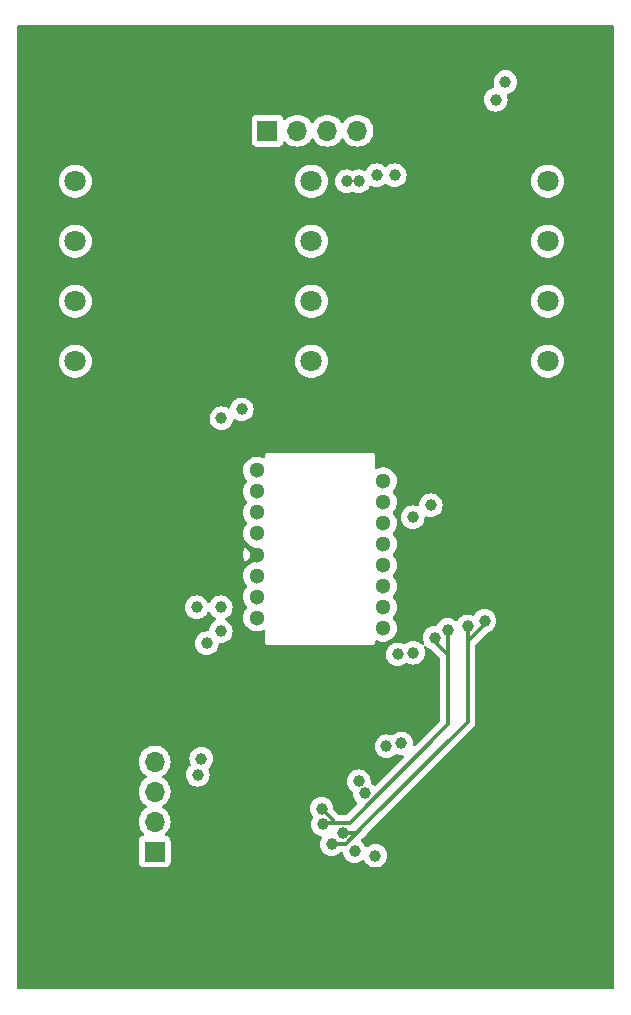
<source format=gbr>
%TF.GenerationSoftware,KiCad,Pcbnew,7.0.8*%
%TF.CreationDate,2024-03-02T19:00:56+02:00*%
%TF.ProjectId,mouse_hardware,6d6f7573-655f-4686-9172-64776172652e,rev?*%
%TF.SameCoordinates,Original*%
%TF.FileFunction,Copper,L3,Inr*%
%TF.FilePolarity,Positive*%
%FSLAX46Y46*%
G04 Gerber Fmt 4.6, Leading zero omitted, Abs format (unit mm)*
G04 Created by KiCad (PCBNEW 7.0.8) date 2024-03-02 19:00:56*
%MOMM*%
%LPD*%
G01*
G04 APERTURE LIST*
%TA.AperFunction,ComponentPad*%
%ADD10C,1.800000*%
%TD*%
%TA.AperFunction,ComponentPad*%
%ADD11R,1.700000X1.700000*%
%TD*%
%TA.AperFunction,ComponentPad*%
%ADD12O,1.700000X1.700000*%
%TD*%
%TA.AperFunction,ComponentPad*%
%ADD13C,1.300000*%
%TD*%
%TA.AperFunction,ViaPad*%
%ADD14C,1.000000*%
%TD*%
%TA.AperFunction,Conductor*%
%ADD15C,0.300000*%
%TD*%
G04 APERTURE END LIST*
D10*
%TO.N,GND*%
%TO.C,S3*%
X37149000Y-30480000D03*
%TO.N,MIDDLE_CLICK*%
X37149000Y-35560000D03*
%TO.N,unconnected-(S3-NC-Pad3)*%
X37149000Y-40640000D03*
%TD*%
%TO.N,GND*%
%TO.C,S2*%
X57149000Y-30480000D03*
%TO.N,RIGHT_CLICK*%
X57149000Y-35560000D03*
%TO.N,unconnected-(S2-NC-Pad3)*%
X57149000Y-40640000D03*
%TD*%
%TO.N,GND*%
%TO.C,S1*%
X17149000Y-30480000D03*
%TO.N,LEFT_CLICK*%
X17149000Y-35560000D03*
%TO.N,unconnected-(S1-NC-Pad3)*%
X17149000Y-40640000D03*
%TD*%
D11*
%TO.N,+5V*%
%TO.C,J2*%
X23866000Y-82156000D03*
D12*
%TO.N,SWDIO*%
X23866000Y-79616000D03*
%TO.N,SWCLK*%
X23866000Y-77076000D03*
%TO.N,GND*%
X23866000Y-74536000D03*
%TD*%
D11*
%TO.N,+5V*%
%TO.C,J1*%
X33424000Y-21129000D03*
D12*
%TO.N,USBDP*%
X35964000Y-21129000D03*
%TO.N,USBDM*%
X38504000Y-21129000D03*
%TO.N,GND*%
X41044000Y-21129000D03*
%TD*%
D10*
%TO.N,unconnected-(H3-Pad1)*%
%TO.C,H3*%
X17149000Y-25400000D03*
%TD*%
%TO.N,unconnected-(H2-Pad1)*%
%TO.C,H2*%
X37149000Y-25400000D03*
%TD*%
%TO.N,unconnected-(H1-Pad1)*%
%TO.C,H1*%
X57149000Y-25400000D03*
%TD*%
D13*
%TO.N,N/C*%
%TO.C,U2*%
X32517000Y-49889000D03*
X32517000Y-51669000D03*
%TO.N,Net-(U2-VDDPIX)*%
X32517000Y-53449000D03*
%TO.N,+2V*%
X32517000Y-55229000D03*
%TO.N,+3V3*%
X32517000Y-57009000D03*
%TO.N,N/C*%
X32517000Y-58789000D03*
%TO.N,NRST*%
X32517000Y-60569000D03*
%TO.N,GND*%
X32517000Y-62349000D03*
%TO.N,MOTION*%
X43217000Y-63239000D03*
%TO.N,SCK*%
X43217000Y-61459000D03*
%TO.N,MOSI*%
X43217000Y-59679000D03*
%TO.N,MISO*%
X43217000Y-57899000D03*
%TO.N,NCS*%
X43217000Y-56119000D03*
%TO.N,N/C*%
X43217000Y-54339000D03*
%TO.N,Net-(U2-LED_P)*%
X43217000Y-52559000D03*
%TO.N,N/C*%
X43217000Y-50779000D03*
%TD*%
D14*
%TO.N,+2V*%
X29525000Y-45475000D03*
X31250000Y-44725000D03*
%TO.N,NCS*%
X44444188Y-65469188D03*
X45750000Y-65325000D03*
%TO.N,NRST*%
X27525000Y-75650000D03*
X42550000Y-82500000D03*
X40800000Y-82125000D03*
X27825000Y-74300000D03*
%TO.N,MISO*%
X51800000Y-62625000D03*
%TO.N,MOSI*%
X47575000Y-64050000D03*
X38000000Y-78525000D03*
%TO.N,MISO*%
X38875000Y-81525000D03*
X39850000Y-80550000D03*
X50375000Y-63100000D03*
%TO.N,MOSI*%
X38125000Y-79850000D03*
X48675000Y-63400000D03*
%TO.N,+3V3*%
X18425000Y-68100000D03*
X16600000Y-68375000D03*
X16400000Y-46175000D03*
X15025000Y-46875000D03*
X28575000Y-84400000D03*
X27350000Y-83750000D03*
X31100000Y-78025000D03*
X27575000Y-78475000D03*
X43110000Y-70480000D03*
X43169062Y-71550500D03*
X44175000Y-69075000D03*
X45350000Y-67925000D03*
X30263041Y-69550000D03*
X30450000Y-70925000D03*
X15250000Y-18750000D03*
X13250000Y-18750000D03*
X27750000Y-30750000D03*
X27000000Y-29500000D03*
X47250000Y-29500000D03*
X47500000Y-27750000D03*
X43750000Y-87000000D03*
X43500000Y-85750000D03*
X47500000Y-84000000D03*
X46250000Y-83250000D03*
%TO.N,STATUS_LED*%
X52750000Y-18500000D03*
X53576000Y-17000000D03*
X44750000Y-73000000D03*
X43500000Y-73250000D03*
%TO.N,+3V3*%
X28956000Y-47752000D03*
X27432000Y-48260000D03*
%TO.N,USBDP*%
X41148000Y-25400000D03*
X40132000Y-25400000D03*
X29464000Y-61468000D03*
X27432000Y-61468000D03*
%TO.N,USBDM*%
X29464000Y-63500000D03*
X28281500Y-64516000D03*
X42672000Y-24892000D03*
X44196000Y-24892000D03*
%TO.N,NRST*%
X45720000Y-53848000D03*
X47244000Y-52832000D03*
%TO.N,SCK*%
X41656000Y-77216000D03*
X41148000Y-76200000D03*
%TD*%
D15*
%TO.N,MISO*%
X50375000Y-64350000D02*
X50375000Y-71202082D01*
X50375000Y-63100000D02*
X50375000Y-64350000D01*
X50375000Y-64350000D02*
X51800000Y-62925000D01*
X51800000Y-62925000D02*
X51800000Y-62625000D01*
%TO.N,MOSI*%
X48675000Y-65500000D02*
X48675000Y-63400000D01*
X48675000Y-71399082D02*
X48675000Y-65500000D01*
X48675000Y-65500000D02*
X47575000Y-64400000D01*
X47575000Y-64400000D02*
X47575000Y-64050000D01*
X38975000Y-79700000D02*
X38975000Y-79500000D01*
X38975000Y-79500000D02*
X38000000Y-78525000D01*
X38275000Y-79700000D02*
X38975000Y-79700000D01*
X38975000Y-79700000D02*
X40374082Y-79700000D01*
%TO.N,MISO*%
X41376041Y-80201041D02*
X41027082Y-80550000D01*
X50375000Y-71202082D02*
X41376041Y-80201041D01*
X41376041Y-80201041D02*
X40052082Y-81525000D01*
X40052082Y-81525000D02*
X38875000Y-81525000D01*
%TO.N,MOSI*%
X38125000Y-79850000D02*
X38275000Y-79700000D01*
X40374082Y-79700000D02*
X48675000Y-71399082D01*
%TO.N,MISO*%
X41027082Y-80550000D02*
X39850000Y-80550000D01*
%TD*%
%TA.AperFunction,Conductor*%
%TO.N,+3V3*%
G36*
X62742539Y-12220185D02*
G01*
X62788294Y-12272989D01*
X62799500Y-12324500D01*
X62799500Y-93675500D01*
X62779815Y-93742539D01*
X62727011Y-93788294D01*
X62675500Y-93799500D01*
X12324500Y-93799500D01*
X12257461Y-93779815D01*
X12211706Y-93727011D01*
X12200500Y-93675500D01*
X12200500Y-79616000D01*
X22510341Y-79616000D01*
X22530936Y-79851403D01*
X22530938Y-79851413D01*
X22592094Y-80079655D01*
X22592096Y-80079659D01*
X22592097Y-80079663D01*
X22664405Y-80234727D01*
X22691965Y-80293830D01*
X22691967Y-80293834D01*
X22772280Y-80408532D01*
X22827501Y-80487396D01*
X22827506Y-80487402D01*
X22949430Y-80609326D01*
X22982915Y-80670649D01*
X22977931Y-80740341D01*
X22936059Y-80796274D01*
X22905083Y-80813189D01*
X22773669Y-80862203D01*
X22773664Y-80862206D01*
X22658455Y-80948452D01*
X22658452Y-80948455D01*
X22572206Y-81063664D01*
X22572202Y-81063671D01*
X22521908Y-81198517D01*
X22515501Y-81258116D01*
X22515501Y-81258123D01*
X22515500Y-81258135D01*
X22515500Y-83053870D01*
X22515501Y-83053876D01*
X22521908Y-83113483D01*
X22572202Y-83248328D01*
X22572206Y-83248335D01*
X22658452Y-83363544D01*
X22658455Y-83363547D01*
X22773664Y-83449793D01*
X22773671Y-83449797D01*
X22908517Y-83500091D01*
X22908516Y-83500091D01*
X22915444Y-83500835D01*
X22968127Y-83506500D01*
X24763872Y-83506499D01*
X24823483Y-83500091D01*
X24958331Y-83449796D01*
X25073546Y-83363546D01*
X25159796Y-83248331D01*
X25210091Y-83113483D01*
X25216500Y-83053873D01*
X25216499Y-81258128D01*
X25210091Y-81198517D01*
X25188367Y-81140273D01*
X25159797Y-81063671D01*
X25159793Y-81063664D01*
X25073547Y-80948455D01*
X25073544Y-80948452D01*
X24958335Y-80862206D01*
X24958328Y-80862202D01*
X24826917Y-80813189D01*
X24770983Y-80771318D01*
X24746566Y-80705853D01*
X24761418Y-80637580D01*
X24782563Y-80609332D01*
X24904495Y-80487401D01*
X25040035Y-80293830D01*
X25139903Y-80079663D01*
X25201063Y-79851408D01*
X25221659Y-79616000D01*
X25201063Y-79380592D01*
X25139903Y-79152337D01*
X25040035Y-78938171D01*
X25020119Y-78909727D01*
X24904494Y-78744597D01*
X24737402Y-78577506D01*
X24737396Y-78577501D01*
X24662417Y-78525000D01*
X36994659Y-78525000D01*
X37013975Y-78721129D01*
X37071188Y-78909733D01*
X37164086Y-79083532D01*
X37164090Y-79083539D01*
X37254528Y-79193736D01*
X37281841Y-79258045D01*
X37270050Y-79326913D01*
X37268034Y-79330854D01*
X37196187Y-79465271D01*
X37138975Y-79653870D01*
X37119659Y-79850000D01*
X37138975Y-80046129D01*
X37196188Y-80234733D01*
X37289086Y-80408532D01*
X37289090Y-80408539D01*
X37414116Y-80560883D01*
X37566460Y-80685909D01*
X37566467Y-80685913D01*
X37740266Y-80778811D01*
X37740269Y-80778811D01*
X37740273Y-80778814D01*
X37928868Y-80836024D01*
X37928870Y-80836024D01*
X37934698Y-80837792D01*
X37934248Y-80839272D01*
X37989442Y-80868141D01*
X38024019Y-80928856D01*
X38020281Y-80998625D01*
X38012702Y-81015828D01*
X37946188Y-81140268D01*
X37888975Y-81328870D01*
X37869659Y-81525000D01*
X37888975Y-81721129D01*
X37946188Y-81909733D01*
X38039086Y-82083532D01*
X38039090Y-82083539D01*
X38164116Y-82235883D01*
X38316460Y-82360909D01*
X38316467Y-82360913D01*
X38490266Y-82453811D01*
X38490269Y-82453811D01*
X38490273Y-82453814D01*
X38678868Y-82511024D01*
X38875000Y-82530341D01*
X39071132Y-82511024D01*
X39259727Y-82453814D01*
X39433538Y-82360910D01*
X39585883Y-82235883D01*
X39592123Y-82228279D01*
X39649867Y-82188944D01*
X39719711Y-82187071D01*
X39779481Y-82223257D01*
X39810199Y-82286011D01*
X39811381Y-82294787D01*
X39813975Y-82321129D01*
X39871188Y-82509733D01*
X39964086Y-82683532D01*
X39964090Y-82683539D01*
X40089116Y-82835883D01*
X40241460Y-82960909D01*
X40241467Y-82960913D01*
X40415266Y-83053811D01*
X40415269Y-83053811D01*
X40415273Y-83053814D01*
X40603868Y-83111024D01*
X40800000Y-83130341D01*
X40996132Y-83111024D01*
X41184727Y-83053814D01*
X41358538Y-82960910D01*
X41452609Y-82883706D01*
X41516917Y-82856394D01*
X41585784Y-82868184D01*
X41637345Y-82915336D01*
X41640631Y-82921107D01*
X41714086Y-83058532D01*
X41714090Y-83058539D01*
X41839116Y-83210883D01*
X41991460Y-83335909D01*
X41991467Y-83335913D01*
X42165266Y-83428811D01*
X42165269Y-83428811D01*
X42165273Y-83428814D01*
X42353868Y-83486024D01*
X42550000Y-83505341D01*
X42746132Y-83486024D01*
X42934727Y-83428814D01*
X43108538Y-83335910D01*
X43260883Y-83210883D01*
X43385910Y-83058538D01*
X43438094Y-82960908D01*
X43478811Y-82884733D01*
X43478811Y-82884732D01*
X43478814Y-82884727D01*
X43536024Y-82696132D01*
X43555341Y-82500000D01*
X43536024Y-82303868D01*
X43478814Y-82115273D01*
X43478811Y-82115269D01*
X43478811Y-82115266D01*
X43385913Y-81941467D01*
X43385909Y-81941460D01*
X43260883Y-81789116D01*
X43108539Y-81664090D01*
X43108532Y-81664086D01*
X42934733Y-81571188D01*
X42934727Y-81571186D01*
X42746132Y-81513976D01*
X42746129Y-81513975D01*
X42550000Y-81494659D01*
X42353870Y-81513975D01*
X42165266Y-81571188D01*
X41991467Y-81664086D01*
X41991461Y-81664090D01*
X41897390Y-81741292D01*
X41833080Y-81768604D01*
X41764213Y-81756813D01*
X41712653Y-81709660D01*
X41709368Y-81703891D01*
X41635913Y-81566467D01*
X41635909Y-81566460D01*
X41510883Y-81414116D01*
X41381578Y-81307998D01*
X41342244Y-81250252D01*
X41340373Y-81180408D01*
X41372562Y-81124464D01*
X41421878Y-81075149D01*
X41421885Y-81075143D01*
X41433357Y-81063671D01*
X41443951Y-81053076D01*
X41458745Y-81040439D01*
X41475919Y-81027963D01*
X41506891Y-80990522D01*
X41510795Y-80986231D01*
X41864953Y-80632075D01*
X50774513Y-71722513D01*
X50787079Y-71712447D01*
X50786925Y-71712260D01*
X50792937Y-71707286D01*
X50792937Y-71707285D01*
X50792940Y-71707284D01*
X50842190Y-71654837D01*
X50863911Y-71633117D01*
X50868401Y-71627327D01*
X50872183Y-71622897D01*
X50905448Y-71587475D01*
X50915674Y-71568871D01*
X50926347Y-71552623D01*
X50939363Y-71535845D01*
X50958652Y-71491269D01*
X50961224Y-71486018D01*
X50961561Y-71485403D01*
X50984627Y-71443450D01*
X50989904Y-71422890D01*
X50996206Y-71404485D01*
X51004636Y-71385008D01*
X51012235Y-71337027D01*
X51013417Y-71331316D01*
X51025500Y-71284259D01*
X51025500Y-71263037D01*
X51027027Y-71243637D01*
X51030347Y-71222677D01*
X51025775Y-71174312D01*
X51025500Y-71168474D01*
X51025500Y-64670807D01*
X51045185Y-64603768D01*
X51061814Y-64583130D01*
X52028415Y-63616529D01*
X52080095Y-63585553D01*
X52184727Y-63553814D01*
X52358538Y-63460910D01*
X52510883Y-63335883D01*
X52635910Y-63183538D01*
X52706708Y-63051085D01*
X52728811Y-63009733D01*
X52728811Y-63009732D01*
X52728814Y-63009727D01*
X52786024Y-62821132D01*
X52805341Y-62625000D01*
X52786024Y-62428868D01*
X52728814Y-62240273D01*
X52728811Y-62240269D01*
X52728811Y-62240266D01*
X52635913Y-62066467D01*
X52635909Y-62066460D01*
X52510883Y-61914116D01*
X52358539Y-61789090D01*
X52358532Y-61789086D01*
X52184733Y-61696188D01*
X52184727Y-61696186D01*
X51996132Y-61638976D01*
X51996129Y-61638975D01*
X51800000Y-61619659D01*
X51603870Y-61638975D01*
X51415266Y-61696188D01*
X51241467Y-61789086D01*
X51241460Y-61789090D01*
X51089116Y-61914116D01*
X50964092Y-62066458D01*
X50933593Y-62123518D01*
X50884630Y-62173362D01*
X50816492Y-62188822D01*
X50765781Y-62174422D01*
X50759730Y-62171187D01*
X50571129Y-62113975D01*
X50375000Y-62094659D01*
X50178870Y-62113975D01*
X49990266Y-62171188D01*
X49816467Y-62264086D01*
X49816460Y-62264090D01*
X49664116Y-62389116D01*
X49539090Y-62541460D01*
X49539085Y-62541467D01*
X49508742Y-62598237D01*
X49459780Y-62648082D01*
X49391642Y-62663542D01*
X49325962Y-62639710D01*
X49320719Y-62635637D01*
X49233539Y-62564091D01*
X49233532Y-62564086D01*
X49059733Y-62471188D01*
X49059727Y-62471186D01*
X48871132Y-62413976D01*
X48871129Y-62413975D01*
X48675000Y-62394659D01*
X48478870Y-62413975D01*
X48290266Y-62471188D01*
X48116467Y-62564086D01*
X48116460Y-62564090D01*
X47964116Y-62689116D01*
X47839090Y-62841460D01*
X47839088Y-62841463D01*
X47761759Y-62986136D01*
X47712796Y-63035980D01*
X47644659Y-63051440D01*
X47640248Y-63051085D01*
X47575000Y-63044659D01*
X47378870Y-63063975D01*
X47190266Y-63121188D01*
X47016467Y-63214086D01*
X47016460Y-63214090D01*
X46864116Y-63339116D01*
X46739090Y-63491460D01*
X46739086Y-63491467D01*
X46646188Y-63665266D01*
X46588975Y-63853870D01*
X46569659Y-64050000D01*
X46588975Y-64246129D01*
X46588976Y-64246132D01*
X46644391Y-64428811D01*
X46646188Y-64434733D01*
X46673796Y-64486383D01*
X46688038Y-64554786D01*
X46663038Y-64620030D01*
X46606733Y-64661400D01*
X46536999Y-64665762D01*
X46475978Y-64631731D01*
X46468585Y-64623501D01*
X46460883Y-64614116D01*
X46308539Y-64489090D01*
X46308532Y-64489086D01*
X46134733Y-64396188D01*
X46134727Y-64396186D01*
X45946132Y-64338976D01*
X45946129Y-64338975D01*
X45750000Y-64319659D01*
X45553870Y-64338975D01*
X45365266Y-64396188D01*
X45191467Y-64489086D01*
X45191460Y-64489090D01*
X45074672Y-64584937D01*
X45010362Y-64612250D01*
X44941494Y-64600459D01*
X44937554Y-64598442D01*
X44828921Y-64540376D01*
X44828915Y-64540374D01*
X44659842Y-64489086D01*
X44640317Y-64483163D01*
X44444188Y-64463847D01*
X44248058Y-64483163D01*
X44059454Y-64540376D01*
X43885655Y-64633274D01*
X43885648Y-64633278D01*
X43733304Y-64758304D01*
X43608278Y-64910648D01*
X43608274Y-64910655D01*
X43515376Y-65084454D01*
X43458163Y-65273058D01*
X43438847Y-65469188D01*
X43458163Y-65665317D01*
X43458164Y-65665320D01*
X43489750Y-65769446D01*
X43515376Y-65853921D01*
X43608274Y-66027720D01*
X43608278Y-66027727D01*
X43733304Y-66180071D01*
X43885648Y-66305097D01*
X43885655Y-66305101D01*
X44059454Y-66397999D01*
X44059457Y-66397999D01*
X44059461Y-66398002D01*
X44248056Y-66455212D01*
X44444188Y-66474529D01*
X44640320Y-66455212D01*
X44828915Y-66398002D01*
X45002726Y-66305098D01*
X45119516Y-66209249D01*
X45183824Y-66181937D01*
X45252692Y-66193728D01*
X45256633Y-66195745D01*
X45365267Y-66253811D01*
X45365273Y-66253814D01*
X45553868Y-66311024D01*
X45750000Y-66330341D01*
X45946132Y-66311024D01*
X46134727Y-66253814D01*
X46308538Y-66160910D01*
X46460883Y-66035883D01*
X46585910Y-65883538D01*
X46646894Y-65769446D01*
X46678811Y-65709733D01*
X46678811Y-65709732D01*
X46678814Y-65709727D01*
X46736024Y-65521132D01*
X46755341Y-65325000D01*
X46736024Y-65128868D01*
X46678814Y-64940273D01*
X46651202Y-64888616D01*
X46636961Y-64820214D01*
X46661961Y-64754970D01*
X46718265Y-64713599D01*
X46787999Y-64709237D01*
X46849021Y-64743267D01*
X46856413Y-64751497D01*
X46864115Y-64760882D01*
X47016460Y-64885909D01*
X47016467Y-64885913D01*
X47190273Y-64978814D01*
X47223126Y-64988780D01*
X47274814Y-65019760D01*
X47988181Y-65733127D01*
X48021666Y-65794450D01*
X48024500Y-65820808D01*
X48024500Y-71078273D01*
X48004815Y-71145312D01*
X47988181Y-71165954D01*
X45956824Y-73197310D01*
X45895501Y-73230795D01*
X45825809Y-73225811D01*
X45769876Y-73183939D01*
X45745459Y-73118475D01*
X45745739Y-73097483D01*
X45755341Y-73000000D01*
X45736024Y-72803868D01*
X45678814Y-72615273D01*
X45678811Y-72615269D01*
X45678811Y-72615266D01*
X45585913Y-72441467D01*
X45585909Y-72441460D01*
X45460883Y-72289116D01*
X45308539Y-72164090D01*
X45308532Y-72164086D01*
X45134733Y-72071188D01*
X45134727Y-72071186D01*
X44946132Y-72013976D01*
X44946129Y-72013975D01*
X44750000Y-71994659D01*
X44553870Y-72013975D01*
X44365266Y-72071188D01*
X44191467Y-72164086D01*
X44191460Y-72164090D01*
X44039117Y-72289115D01*
X44038295Y-72290118D01*
X44037732Y-72290500D01*
X44034815Y-72293419D01*
X44034260Y-72292864D01*
X43980543Y-72329444D01*
X43910698Y-72331304D01*
X43890431Y-72323329D01*
X43890354Y-72323517D01*
X43884732Y-72321188D01*
X43884729Y-72321187D01*
X43884727Y-72321186D01*
X43696132Y-72263976D01*
X43696129Y-72263975D01*
X43500000Y-72244659D01*
X43303870Y-72263975D01*
X43115266Y-72321188D01*
X42941467Y-72414086D01*
X42941460Y-72414090D01*
X42789116Y-72539116D01*
X42664090Y-72691460D01*
X42664086Y-72691467D01*
X42571188Y-72865266D01*
X42513975Y-73053870D01*
X42494659Y-73250000D01*
X42513975Y-73446129D01*
X42571188Y-73634733D01*
X42664086Y-73808532D01*
X42664090Y-73808539D01*
X42789116Y-73960883D01*
X42941460Y-74085909D01*
X42941467Y-74085913D01*
X43115266Y-74178811D01*
X43115269Y-74178811D01*
X43115273Y-74178814D01*
X43303868Y-74236024D01*
X43500000Y-74255341D01*
X43696132Y-74236024D01*
X43884727Y-74178814D01*
X44058538Y-74085910D01*
X44210883Y-73960883D01*
X44211690Y-73959899D01*
X44212243Y-73959522D01*
X44215191Y-73956575D01*
X44215749Y-73957133D01*
X44269431Y-73920563D01*
X44339276Y-73918688D01*
X44359562Y-73926670D01*
X44359641Y-73926482D01*
X44365260Y-73928809D01*
X44365268Y-73928811D01*
X44365273Y-73928814D01*
X44553868Y-73986024D01*
X44750000Y-74005341D01*
X44847476Y-73995740D01*
X44916120Y-74008759D01*
X44966831Y-74056823D01*
X44983506Y-74124674D01*
X44960850Y-74190769D01*
X44947310Y-74206824D01*
X42590798Y-76563336D01*
X42529475Y-76596821D01*
X42459783Y-76591837D01*
X42407264Y-76554320D01*
X42366883Y-76505116D01*
X42214538Y-76380089D01*
X42214534Y-76380087D01*
X42212611Y-76379059D01*
X42211794Y-76378256D01*
X42209478Y-76376709D01*
X42209771Y-76376269D01*
X42162771Y-76330092D01*
X42147318Y-76261953D01*
X42147672Y-76257552D01*
X42153341Y-76200000D01*
X42134024Y-76003868D01*
X42076814Y-75815273D01*
X42076811Y-75815269D01*
X42076811Y-75815266D01*
X41983913Y-75641467D01*
X41983909Y-75641460D01*
X41858883Y-75489116D01*
X41706539Y-75364090D01*
X41706532Y-75364086D01*
X41532733Y-75271188D01*
X41532727Y-75271186D01*
X41344132Y-75213976D01*
X41344129Y-75213975D01*
X41148000Y-75194659D01*
X40951870Y-75213975D01*
X40763266Y-75271188D01*
X40589467Y-75364086D01*
X40589460Y-75364090D01*
X40437116Y-75489116D01*
X40312090Y-75641460D01*
X40312086Y-75641467D01*
X40219188Y-75815266D01*
X40161975Y-76003870D01*
X40142659Y-76200000D01*
X40161975Y-76396129D01*
X40181046Y-76458997D01*
X40217391Y-76578811D01*
X40219188Y-76584733D01*
X40312086Y-76758532D01*
X40312090Y-76758539D01*
X40437116Y-76910883D01*
X40589460Y-77035909D01*
X40589466Y-77035913D01*
X40591371Y-77036931D01*
X40592182Y-77037728D01*
X40594529Y-77039296D01*
X40594231Y-77039740D01*
X40641218Y-77085890D01*
X40656683Y-77154027D01*
X40656327Y-77158445D01*
X40650659Y-77215999D01*
X40669975Y-77412129D01*
X40669976Y-77412132D01*
X40725808Y-77596186D01*
X40727188Y-77600733D01*
X40820086Y-77774532D01*
X40820090Y-77774539D01*
X40945116Y-77926883D01*
X40994320Y-77967264D01*
X41033654Y-78025010D01*
X41035525Y-78094855D01*
X41003336Y-78150798D01*
X40140955Y-79013181D01*
X40079632Y-79046666D01*
X40053274Y-79049500D01*
X39495808Y-79049500D01*
X39428769Y-79029815D01*
X39408127Y-79013181D01*
X39039154Y-78644208D01*
X39005669Y-78582885D01*
X39003433Y-78544369D01*
X39005341Y-78525003D01*
X39005341Y-78525001D01*
X38986024Y-78328870D01*
X38986024Y-78328868D01*
X38928814Y-78140273D01*
X38928811Y-78140269D01*
X38928811Y-78140266D01*
X38835913Y-77966467D01*
X38835909Y-77966460D01*
X38710883Y-77814116D01*
X38558539Y-77689090D01*
X38558532Y-77689086D01*
X38384733Y-77596188D01*
X38384727Y-77596186D01*
X38198397Y-77539663D01*
X38196129Y-77538975D01*
X38000000Y-77519659D01*
X37803870Y-77538975D01*
X37615266Y-77596188D01*
X37441467Y-77689086D01*
X37441460Y-77689090D01*
X37289116Y-77814116D01*
X37164090Y-77966460D01*
X37164086Y-77966467D01*
X37071188Y-78140266D01*
X37013975Y-78328870D01*
X36994659Y-78525000D01*
X24662417Y-78525000D01*
X24551842Y-78447575D01*
X24508217Y-78392998D01*
X24501023Y-78323500D01*
X24532546Y-78261145D01*
X24551842Y-78244425D01*
X24700596Y-78140266D01*
X24737401Y-78114495D01*
X24904495Y-77947401D01*
X25040035Y-77753830D01*
X25139903Y-77539663D01*
X25201063Y-77311408D01*
X25221659Y-77076000D01*
X25218151Y-77035910D01*
X25201063Y-76840596D01*
X25201063Y-76840592D01*
X25151426Y-76655341D01*
X25139905Y-76612344D01*
X25139904Y-76612343D01*
X25139903Y-76612337D01*
X25040035Y-76398171D01*
X25038608Y-76396132D01*
X24904494Y-76204597D01*
X24737402Y-76037506D01*
X24737396Y-76037501D01*
X24551842Y-75907575D01*
X24508217Y-75852998D01*
X24501023Y-75783500D01*
X24532546Y-75721145D01*
X24551842Y-75704425D01*
X24629569Y-75650000D01*
X26519659Y-75650000D01*
X26538975Y-75846129D01*
X26596188Y-76034733D01*
X26689086Y-76208532D01*
X26689090Y-76208539D01*
X26814116Y-76360883D01*
X26966460Y-76485909D01*
X26966467Y-76485913D01*
X27140266Y-76578811D01*
X27140269Y-76578811D01*
X27140273Y-76578814D01*
X27328868Y-76636024D01*
X27525000Y-76655341D01*
X27721132Y-76636024D01*
X27909727Y-76578814D01*
X27938685Y-76563336D01*
X28083532Y-76485913D01*
X28083538Y-76485910D01*
X28235883Y-76360883D01*
X28360910Y-76208538D01*
X28453814Y-76034727D01*
X28511024Y-75846132D01*
X28530341Y-75650000D01*
X28511024Y-75453868D01*
X28453814Y-75265273D01*
X28432293Y-75225011D01*
X28418052Y-75156611D01*
X28443051Y-75091367D01*
X28462986Y-75070707D01*
X28535883Y-75010883D01*
X28660910Y-74858538D01*
X28753814Y-74684727D01*
X28811024Y-74496132D01*
X28830341Y-74300000D01*
X28811024Y-74103868D01*
X28753814Y-73915273D01*
X28753811Y-73915269D01*
X28753811Y-73915266D01*
X28660913Y-73741467D01*
X28660909Y-73741460D01*
X28535883Y-73589116D01*
X28383539Y-73464090D01*
X28383532Y-73464086D01*
X28209733Y-73371188D01*
X28209727Y-73371186D01*
X28021132Y-73313976D01*
X28021129Y-73313975D01*
X27825000Y-73294659D01*
X27628870Y-73313975D01*
X27440266Y-73371188D01*
X27266467Y-73464086D01*
X27266460Y-73464090D01*
X27114116Y-73589116D01*
X26989090Y-73741460D01*
X26989086Y-73741467D01*
X26896188Y-73915266D01*
X26838975Y-74103870D01*
X26819659Y-74300000D01*
X26838975Y-74496129D01*
X26838976Y-74496132D01*
X26896186Y-74684727D01*
X26896187Y-74684730D01*
X26896188Y-74684731D01*
X26917705Y-74724988D01*
X26931946Y-74793391D01*
X26906945Y-74858635D01*
X26887012Y-74879292D01*
X26814114Y-74939118D01*
X26689090Y-75091460D01*
X26689086Y-75091467D01*
X26596188Y-75265266D01*
X26538975Y-75453870D01*
X26519659Y-75650000D01*
X24629569Y-75650000D01*
X24641765Y-75641460D01*
X24737401Y-75574495D01*
X24904495Y-75407401D01*
X25040035Y-75213830D01*
X25139903Y-74999663D01*
X25201063Y-74771408D01*
X25221659Y-74536000D01*
X25201063Y-74300592D01*
X25139903Y-74072337D01*
X25040035Y-73858171D01*
X25005283Y-73808539D01*
X24904494Y-73664597D01*
X24737402Y-73497506D01*
X24737395Y-73497501D01*
X24543834Y-73361967D01*
X24543830Y-73361965D01*
X24543828Y-73361964D01*
X24329663Y-73262097D01*
X24329659Y-73262096D01*
X24329655Y-73262094D01*
X24101413Y-73200938D01*
X24101403Y-73200936D01*
X23866001Y-73180341D01*
X23865999Y-73180341D01*
X23630596Y-73200936D01*
X23630586Y-73200938D01*
X23402344Y-73262094D01*
X23402335Y-73262098D01*
X23188171Y-73361964D01*
X23188169Y-73361965D01*
X22994597Y-73497505D01*
X22827505Y-73664597D01*
X22691965Y-73858169D01*
X22691964Y-73858171D01*
X22592098Y-74072335D01*
X22592094Y-74072344D01*
X22530938Y-74300586D01*
X22530936Y-74300596D01*
X22510341Y-74535999D01*
X22510341Y-74536000D01*
X22530936Y-74771403D01*
X22530938Y-74771413D01*
X22592094Y-74999655D01*
X22592096Y-74999659D01*
X22592097Y-74999663D01*
X22665283Y-75156611D01*
X22691965Y-75213830D01*
X22691967Y-75213834D01*
X22827501Y-75407395D01*
X22827506Y-75407402D01*
X22994597Y-75574493D01*
X22994603Y-75574498D01*
X23180158Y-75704425D01*
X23223783Y-75759002D01*
X23230977Y-75828500D01*
X23199454Y-75890855D01*
X23180158Y-75907575D01*
X22994597Y-76037505D01*
X22827505Y-76204597D01*
X22691965Y-76398169D01*
X22691964Y-76398171D01*
X22592098Y-76612335D01*
X22592094Y-76612344D01*
X22530938Y-76840586D01*
X22530936Y-76840596D01*
X22510341Y-77075999D01*
X22510341Y-77076000D01*
X22530936Y-77311403D01*
X22530938Y-77311413D01*
X22592094Y-77539655D01*
X22592096Y-77539659D01*
X22592097Y-77539663D01*
X22661774Y-77689086D01*
X22691965Y-77753830D01*
X22691967Y-77753834D01*
X22827501Y-77947395D01*
X22827506Y-77947402D01*
X22994597Y-78114493D01*
X22994603Y-78114498D01*
X23180158Y-78244425D01*
X23223783Y-78299002D01*
X23230977Y-78368500D01*
X23199454Y-78430855D01*
X23180158Y-78447575D01*
X22994597Y-78577505D01*
X22827505Y-78744597D01*
X22691965Y-78938169D01*
X22691964Y-78938171D01*
X22592098Y-79152335D01*
X22592094Y-79152344D01*
X22530938Y-79380586D01*
X22530936Y-79380596D01*
X22510341Y-79615999D01*
X22510341Y-79616000D01*
X12200500Y-79616000D01*
X12200500Y-61468000D01*
X26426659Y-61468000D01*
X26445975Y-61664129D01*
X26455700Y-61696188D01*
X26500649Y-61844365D01*
X26503188Y-61852733D01*
X26596086Y-62026532D01*
X26596090Y-62026539D01*
X26721116Y-62178883D01*
X26873460Y-62303909D01*
X26873467Y-62303913D01*
X27047266Y-62396811D01*
X27047269Y-62396811D01*
X27047273Y-62396814D01*
X27235868Y-62454024D01*
X27432000Y-62473341D01*
X27628132Y-62454024D01*
X27816727Y-62396814D01*
X27846452Y-62380926D01*
X27906182Y-62348999D01*
X27990538Y-62303910D01*
X28142883Y-62178883D01*
X28267910Y-62026538D01*
X28318653Y-61931605D01*
X28338642Y-61894209D01*
X28387604Y-61844365D01*
X28455742Y-61828904D01*
X28521421Y-61852736D01*
X28557358Y-61894209D01*
X28628086Y-62026532D01*
X28628090Y-62026539D01*
X28753116Y-62178883D01*
X28905460Y-62303909D01*
X28905467Y-62303914D01*
X29037790Y-62374642D01*
X29087635Y-62423604D01*
X29103095Y-62491742D01*
X29079263Y-62557422D01*
X29037790Y-62593358D01*
X28905467Y-62664085D01*
X28905460Y-62664090D01*
X28753116Y-62789116D01*
X28628090Y-62941460D01*
X28628086Y-62941467D01*
X28535188Y-63115266D01*
X28477975Y-63303870D01*
X28468071Y-63404434D01*
X28441910Y-63469221D01*
X28384876Y-63509580D01*
X28332515Y-63515683D01*
X28281500Y-63510659D01*
X28085370Y-63529975D01*
X27896766Y-63587188D01*
X27722967Y-63680086D01*
X27722960Y-63680090D01*
X27570616Y-63805116D01*
X27445590Y-63957460D01*
X27445586Y-63957467D01*
X27352688Y-64131266D01*
X27295475Y-64319870D01*
X27276159Y-64516000D01*
X27295475Y-64712129D01*
X27310264Y-64760882D01*
X27349012Y-64888617D01*
X27352688Y-64900733D01*
X27445586Y-65074532D01*
X27445590Y-65074539D01*
X27570616Y-65226883D01*
X27722960Y-65351909D01*
X27722967Y-65351913D01*
X27896766Y-65444811D01*
X27896769Y-65444811D01*
X27896773Y-65444814D01*
X28085368Y-65502024D01*
X28281500Y-65521341D01*
X28477632Y-65502024D01*
X28666227Y-65444814D01*
X28840038Y-65351910D01*
X28992383Y-65226883D01*
X29117410Y-65074538D01*
X29189178Y-64940269D01*
X29210311Y-64900733D01*
X29210311Y-64900732D01*
X29210314Y-64900727D01*
X29267524Y-64712132D01*
X29277428Y-64611563D01*
X29303588Y-64546779D01*
X29360622Y-64506419D01*
X29412983Y-64500316D01*
X29464000Y-64505341D01*
X29660132Y-64486024D01*
X29848727Y-64428814D01*
X30022538Y-64335910D01*
X30174883Y-64210883D01*
X30299910Y-64058538D01*
X30349282Y-63966169D01*
X30392811Y-63884733D01*
X30392811Y-63884732D01*
X30392814Y-63884727D01*
X30450024Y-63696132D01*
X30469341Y-63500000D01*
X30450024Y-63303868D01*
X30392814Y-63115273D01*
X30392811Y-63115269D01*
X30392811Y-63115266D01*
X30299913Y-62941467D01*
X30299909Y-62941460D01*
X30174883Y-62789116D01*
X30022539Y-62664090D01*
X30022532Y-62664086D01*
X29890209Y-62593358D01*
X29840365Y-62544396D01*
X29824904Y-62476258D01*
X29848736Y-62410579D01*
X29890209Y-62374642D01*
X29938181Y-62349000D01*
X31361571Y-62349000D01*
X31381244Y-62561310D01*
X31439596Y-62766392D01*
X31439596Y-62766394D01*
X31534632Y-62957253D01*
X31663127Y-63127406D01*
X31663128Y-63127407D01*
X31820698Y-63271052D01*
X32001981Y-63383298D01*
X32200802Y-63460321D01*
X32410390Y-63499500D01*
X32410392Y-63499500D01*
X32623608Y-63499500D01*
X32623610Y-63499500D01*
X32833198Y-63460321D01*
X33032019Y-63383298D01*
X33032212Y-63383178D01*
X33032315Y-63383150D01*
X33037149Y-63380743D01*
X33037619Y-63381688D01*
X33099568Y-63364615D01*
X33166270Y-63385415D01*
X33211138Y-63438975D01*
X33221500Y-63488598D01*
X33221500Y-64455737D01*
X33221500Y-64547263D01*
X33225493Y-64555554D01*
X33234660Y-64581753D01*
X33236710Y-64590731D01*
X33236711Y-64590733D01*
X33236712Y-64590734D01*
X33242449Y-64597928D01*
X33257218Y-64621431D01*
X33261211Y-64629723D01*
X33261212Y-64629724D01*
X33268406Y-64635461D01*
X33288038Y-64655093D01*
X33293776Y-64662288D01*
X33302065Y-64666279D01*
X33325570Y-64681049D01*
X33332769Y-64686790D01*
X33341743Y-64688838D01*
X33367944Y-64698006D01*
X33376237Y-64702000D01*
X42357762Y-64702000D01*
X42357763Y-64702000D01*
X42366049Y-64698008D01*
X42392262Y-64688837D01*
X42394446Y-64688338D01*
X42401231Y-64686790D01*
X42408422Y-64681054D01*
X42431933Y-64666280D01*
X42440224Y-64662288D01*
X42445955Y-64655100D01*
X42465601Y-64635455D01*
X42470271Y-64631731D01*
X42472788Y-64629724D01*
X42476782Y-64621431D01*
X42491556Y-64597920D01*
X42497290Y-64590731D01*
X42499337Y-64581762D01*
X42508510Y-64555547D01*
X42512500Y-64547263D01*
X42512500Y-64455737D01*
X42512500Y-64378598D01*
X42532185Y-64311559D01*
X42584989Y-64265804D01*
X42654147Y-64255860D01*
X42696580Y-64271285D01*
X42696851Y-64270743D01*
X42701615Y-64273115D01*
X42701787Y-64273177D01*
X42701981Y-64273298D01*
X42900802Y-64350321D01*
X43110390Y-64389500D01*
X43110392Y-64389500D01*
X43323608Y-64389500D01*
X43323610Y-64389500D01*
X43533198Y-64350321D01*
X43732019Y-64273298D01*
X43913302Y-64161052D01*
X44070872Y-64017407D01*
X44199366Y-63847255D01*
X44274617Y-63696129D01*
X44294403Y-63656394D01*
X44294403Y-63656393D01*
X44294405Y-63656389D01*
X44352756Y-63451310D01*
X44372429Y-63239000D01*
X44352756Y-63026690D01*
X44294405Y-62821611D01*
X44294403Y-62821606D01*
X44294403Y-62821605D01*
X44199367Y-62630746D01*
X44070870Y-62460590D01*
X44048982Y-62440637D01*
X44012700Y-62380926D01*
X44014461Y-62311078D01*
X44048982Y-62257363D01*
X44070870Y-62237409D01*
X44107562Y-62188822D01*
X44199366Y-62067255D01*
X44219640Y-62026539D01*
X44294403Y-61876394D01*
X44294403Y-61876393D01*
X44294405Y-61876389D01*
X44352756Y-61671310D01*
X44372429Y-61459000D01*
X44352756Y-61246690D01*
X44294405Y-61041611D01*
X44294403Y-61041606D01*
X44294403Y-61041605D01*
X44199367Y-60850746D01*
X44070870Y-60680590D01*
X44048982Y-60660637D01*
X44012700Y-60600926D01*
X44014461Y-60531078D01*
X44048982Y-60477363D01*
X44070870Y-60457409D01*
X44070872Y-60457407D01*
X44199366Y-60287255D01*
X44294405Y-60096389D01*
X44352756Y-59891310D01*
X44372429Y-59679000D01*
X44352756Y-59466690D01*
X44294405Y-59261611D01*
X44294403Y-59261606D01*
X44294403Y-59261605D01*
X44199367Y-59070746D01*
X44070870Y-58900590D01*
X44048982Y-58880637D01*
X44012700Y-58820926D01*
X44014461Y-58751078D01*
X44048982Y-58697363D01*
X44070870Y-58677409D01*
X44070872Y-58677407D01*
X44199366Y-58507255D01*
X44294405Y-58316389D01*
X44352756Y-58111310D01*
X44372429Y-57899000D01*
X44352756Y-57686690D01*
X44294405Y-57481611D01*
X44294403Y-57481606D01*
X44294403Y-57481605D01*
X44199367Y-57290746D01*
X44070870Y-57120590D01*
X44048982Y-57100637D01*
X44012700Y-57040926D01*
X44014461Y-56971078D01*
X44048982Y-56917363D01*
X44070870Y-56897409D01*
X44070872Y-56897407D01*
X44199366Y-56727255D01*
X44233353Y-56659000D01*
X44294403Y-56536394D01*
X44294403Y-56536393D01*
X44294405Y-56536389D01*
X44352756Y-56331310D01*
X44372429Y-56119000D01*
X44352756Y-55906690D01*
X44294405Y-55701611D01*
X44294403Y-55701606D01*
X44294403Y-55701605D01*
X44199367Y-55510746D01*
X44070870Y-55340590D01*
X44048982Y-55320637D01*
X44012700Y-55260926D01*
X44014461Y-55191078D01*
X44048982Y-55137363D01*
X44070870Y-55117409D01*
X44070872Y-55117407D01*
X44199366Y-54947255D01*
X44284235Y-54776814D01*
X44294403Y-54756394D01*
X44294403Y-54756393D01*
X44294405Y-54756389D01*
X44352756Y-54551310D01*
X44372429Y-54339000D01*
X44352756Y-54126690D01*
X44294405Y-53921611D01*
X44294403Y-53921606D01*
X44294403Y-53921605D01*
X44257752Y-53848000D01*
X44714659Y-53848000D01*
X44733975Y-54044129D01*
X44791188Y-54232733D01*
X44884086Y-54406532D01*
X44884090Y-54406539D01*
X45009116Y-54558883D01*
X45161460Y-54683909D01*
X45161467Y-54683913D01*
X45335266Y-54776811D01*
X45335269Y-54776811D01*
X45335273Y-54776814D01*
X45523868Y-54834024D01*
X45720000Y-54853341D01*
X45916132Y-54834024D01*
X46104727Y-54776814D01*
X46142940Y-54756389D01*
X46278532Y-54683913D01*
X46278538Y-54683910D01*
X46430883Y-54558883D01*
X46555910Y-54406538D01*
X46648814Y-54232727D01*
X46706024Y-54044132D01*
X46722754Y-53874259D01*
X46748915Y-53809474D01*
X46805949Y-53769115D01*
X46875749Y-53765998D01*
X46882131Y-53767748D01*
X47047868Y-53818024D01*
X47244000Y-53837341D01*
X47440132Y-53818024D01*
X47628727Y-53760814D01*
X47802538Y-53667910D01*
X47954883Y-53542883D01*
X48079910Y-53390538D01*
X48172814Y-53216727D01*
X48230024Y-53028132D01*
X48249341Y-52832000D01*
X48230024Y-52635868D01*
X48172814Y-52447273D01*
X48172811Y-52447269D01*
X48172811Y-52447266D01*
X48079913Y-52273467D01*
X48079909Y-52273460D01*
X47954883Y-52121116D01*
X47802539Y-51996090D01*
X47802532Y-51996086D01*
X47628733Y-51903188D01*
X47628727Y-51903186D01*
X47440132Y-51845976D01*
X47440129Y-51845975D01*
X47244000Y-51826659D01*
X47047870Y-51845975D01*
X46859266Y-51903188D01*
X46685467Y-51996086D01*
X46685460Y-51996090D01*
X46533116Y-52121116D01*
X46408090Y-52273460D01*
X46408086Y-52273467D01*
X46315188Y-52447266D01*
X46257975Y-52635870D01*
X46241245Y-52805738D01*
X46215084Y-52870525D01*
X46158049Y-52910884D01*
X46088249Y-52914001D01*
X46081847Y-52912245D01*
X45916130Y-52861975D01*
X45720000Y-52842659D01*
X45523870Y-52861975D01*
X45335266Y-52919188D01*
X45161467Y-53012086D01*
X45161460Y-53012090D01*
X45009116Y-53137116D01*
X44884090Y-53289460D01*
X44884086Y-53289467D01*
X44791188Y-53463266D01*
X44733975Y-53651870D01*
X44714659Y-53848000D01*
X44257752Y-53848000D01*
X44199367Y-53730746D01*
X44070870Y-53560590D01*
X44048982Y-53540637D01*
X44012700Y-53480926D01*
X44014461Y-53411078D01*
X44048982Y-53357363D01*
X44070870Y-53337409D01*
X44070872Y-53337407D01*
X44199366Y-53167255D01*
X44266911Y-53031605D01*
X44294403Y-52976394D01*
X44294403Y-52976393D01*
X44294405Y-52976389D01*
X44352756Y-52771310D01*
X44372429Y-52559000D01*
X44352756Y-52346690D01*
X44294405Y-52141611D01*
X44294403Y-52141606D01*
X44294403Y-52141605D01*
X44199367Y-51950746D01*
X44070870Y-51780590D01*
X44048982Y-51760637D01*
X44012700Y-51700926D01*
X44014461Y-51631078D01*
X44048982Y-51577363D01*
X44070870Y-51557409D01*
X44070872Y-51557407D01*
X44199366Y-51387255D01*
X44294405Y-51196389D01*
X44352756Y-50991310D01*
X44372429Y-50779000D01*
X44352756Y-50566690D01*
X44294405Y-50361611D01*
X44294403Y-50361606D01*
X44294403Y-50361605D01*
X44199367Y-50170746D01*
X44070872Y-50000593D01*
X43913302Y-49856948D01*
X43732019Y-49744702D01*
X43732017Y-49744701D01*
X43556458Y-49676690D01*
X43533198Y-49667679D01*
X43323610Y-49628500D01*
X43110390Y-49628500D01*
X42900802Y-49667679D01*
X42900799Y-49667679D01*
X42900799Y-49667680D01*
X42701982Y-49744701D01*
X42701972Y-49744706D01*
X42701775Y-49744829D01*
X42701667Y-49744858D01*
X42696851Y-49747257D01*
X42696381Y-49746314D01*
X42634414Y-49763383D01*
X42567715Y-49742574D01*
X42522855Y-49689008D01*
X42512500Y-49639401D01*
X42512500Y-48580737D01*
X42508507Y-48572446D01*
X42499338Y-48546243D01*
X42497290Y-48537269D01*
X42491546Y-48530066D01*
X42476779Y-48506565D01*
X42472788Y-48498276D01*
X42465593Y-48492538D01*
X42445959Y-48472904D01*
X42440223Y-48465711D01*
X42431931Y-48461718D01*
X42408428Y-48446949D01*
X42401234Y-48441212D01*
X42401233Y-48441211D01*
X42401231Y-48441210D01*
X42392253Y-48439160D01*
X42366057Y-48429994D01*
X42357763Y-48426000D01*
X42334590Y-48426000D01*
X33467763Y-48426000D01*
X33376237Y-48426000D01*
X33376235Y-48426000D01*
X33376233Y-48426001D01*
X33367939Y-48429995D01*
X33341745Y-48439160D01*
X33332769Y-48441209D01*
X33325566Y-48446953D01*
X33302070Y-48461717D01*
X33293776Y-48465711D01*
X33293775Y-48465713D01*
X33288036Y-48472909D01*
X33268409Y-48492536D01*
X33261213Y-48498275D01*
X33261211Y-48498276D01*
X33257217Y-48506570D01*
X33242453Y-48530066D01*
X33236709Y-48537269D01*
X33234660Y-48546245D01*
X33225495Y-48572439D01*
X33221501Y-48580733D01*
X33221500Y-48580738D01*
X33221500Y-48749401D01*
X33201815Y-48816440D01*
X33149011Y-48862195D01*
X33079853Y-48872139D01*
X33037418Y-48856716D01*
X33037149Y-48857257D01*
X33032402Y-48854893D01*
X33032225Y-48854829D01*
X33032027Y-48854706D01*
X33032017Y-48854701D01*
X32932608Y-48816190D01*
X32833198Y-48777679D01*
X32623610Y-48738500D01*
X32410390Y-48738500D01*
X32200802Y-48777679D01*
X32200799Y-48777679D01*
X32200799Y-48777680D01*
X32001982Y-48854701D01*
X32001980Y-48854702D01*
X31820699Y-48966947D01*
X31663127Y-49110593D01*
X31534632Y-49280746D01*
X31439596Y-49471605D01*
X31439596Y-49471607D01*
X31381244Y-49676689D01*
X31361571Y-49888999D01*
X31361571Y-49889000D01*
X31381244Y-50101310D01*
X31439596Y-50306392D01*
X31439596Y-50306394D01*
X31534632Y-50497253D01*
X31663130Y-50667409D01*
X31663130Y-50667410D01*
X31685019Y-50687365D01*
X31721299Y-50747077D01*
X31719537Y-50816924D01*
X31685019Y-50870635D01*
X31663130Y-50890589D01*
X31663130Y-50890590D01*
X31534632Y-51060746D01*
X31439596Y-51251605D01*
X31439596Y-51251607D01*
X31381244Y-51456689D01*
X31361571Y-51668999D01*
X31361571Y-51669000D01*
X31381244Y-51881310D01*
X31439596Y-52086392D01*
X31439596Y-52086394D01*
X31534632Y-52277253D01*
X31663130Y-52447409D01*
X31663130Y-52447410D01*
X31685019Y-52467365D01*
X31721299Y-52527077D01*
X31719537Y-52596924D01*
X31685019Y-52650635D01*
X31663130Y-52670589D01*
X31663130Y-52670590D01*
X31534632Y-52840746D01*
X31439596Y-53031605D01*
X31439596Y-53031607D01*
X31439595Y-53031611D01*
X31381244Y-53236690D01*
X31361571Y-53449000D01*
X31381244Y-53661310D01*
X31411530Y-53767754D01*
X31439596Y-53866392D01*
X31439596Y-53866394D01*
X31534632Y-54057253D01*
X31663130Y-54227409D01*
X31663130Y-54227410D01*
X31685019Y-54247365D01*
X31721299Y-54307077D01*
X31719537Y-54376924D01*
X31685019Y-54430635D01*
X31663130Y-54450589D01*
X31663130Y-54450590D01*
X31534632Y-54620746D01*
X31439596Y-54811605D01*
X31439596Y-54811607D01*
X31381244Y-55016689D01*
X31361571Y-55228999D01*
X31361571Y-55229000D01*
X31381244Y-55441310D01*
X31439596Y-55646392D01*
X31439596Y-55646394D01*
X31534632Y-55837253D01*
X31587069Y-55906690D01*
X31663128Y-56007407D01*
X31820698Y-56151052D01*
X32001981Y-56263298D01*
X32178163Y-56331550D01*
X32221049Y-56359496D01*
X32520553Y-56659000D01*
X32487995Y-56659000D01*
X32401784Y-56673386D01*
X32299053Y-56728981D01*
X32219940Y-56814921D01*
X32173018Y-56921892D01*
X32163372Y-57038302D01*
X32192047Y-57151538D01*
X32255936Y-57249327D01*
X32348115Y-57321072D01*
X32458595Y-57359000D01*
X32520553Y-57359000D01*
X32221048Y-57658504D01*
X32178161Y-57686450D01*
X32001982Y-57754701D01*
X32001980Y-57754702D01*
X31820699Y-57866947D01*
X31663127Y-58010593D01*
X31534632Y-58180746D01*
X31439596Y-58371605D01*
X31439596Y-58371607D01*
X31381244Y-58576689D01*
X31361571Y-58788999D01*
X31361571Y-58789000D01*
X31381244Y-59001310D01*
X31439596Y-59206392D01*
X31439596Y-59206394D01*
X31534632Y-59397253D01*
X31663130Y-59567409D01*
X31663130Y-59567410D01*
X31685019Y-59587365D01*
X31721299Y-59647077D01*
X31719537Y-59716924D01*
X31685019Y-59770635D01*
X31663130Y-59790589D01*
X31663130Y-59790590D01*
X31534632Y-59960746D01*
X31439596Y-60151605D01*
X31439596Y-60151607D01*
X31439595Y-60151611D01*
X31381244Y-60356690D01*
X31361571Y-60569000D01*
X31381244Y-60781310D01*
X31417708Y-60909467D01*
X31439596Y-60986392D01*
X31439596Y-60986394D01*
X31534632Y-61177253D01*
X31663130Y-61347409D01*
X31663130Y-61347410D01*
X31685019Y-61367365D01*
X31721299Y-61427077D01*
X31719537Y-61496924D01*
X31685019Y-61550635D01*
X31663130Y-61570589D01*
X31663130Y-61570590D01*
X31534632Y-61740746D01*
X31439596Y-61931605D01*
X31439596Y-61931607D01*
X31381244Y-62136689D01*
X31361571Y-62348999D01*
X31361571Y-62349000D01*
X29938181Y-62349000D01*
X29989047Y-62321811D01*
X30022538Y-62303910D01*
X30174883Y-62178883D01*
X30299910Y-62026538D01*
X30380165Y-61876392D01*
X30392811Y-61852733D01*
X30392811Y-61852732D01*
X30392814Y-61852727D01*
X30450024Y-61664132D01*
X30469341Y-61468000D01*
X30450024Y-61271868D01*
X30392814Y-61083273D01*
X30392811Y-61083269D01*
X30392811Y-61083266D01*
X30299913Y-60909467D01*
X30299909Y-60909460D01*
X30174883Y-60757116D01*
X30022539Y-60632090D01*
X30022532Y-60632086D01*
X29848733Y-60539188D01*
X29848727Y-60539186D01*
X29660132Y-60481976D01*
X29660129Y-60481975D01*
X29464000Y-60462659D01*
X29267870Y-60481975D01*
X29079266Y-60539188D01*
X28905467Y-60632086D01*
X28905460Y-60632090D01*
X28753116Y-60757116D01*
X28628090Y-60909460D01*
X28628085Y-60909467D01*
X28557358Y-61041790D01*
X28508396Y-61091635D01*
X28440258Y-61107095D01*
X28374578Y-61083263D01*
X28338642Y-61041790D01*
X28267914Y-60909467D01*
X28267909Y-60909460D01*
X28142883Y-60757116D01*
X27990539Y-60632090D01*
X27990532Y-60632086D01*
X27816733Y-60539188D01*
X27816727Y-60539186D01*
X27628132Y-60481976D01*
X27628129Y-60481975D01*
X27432000Y-60462659D01*
X27235870Y-60481975D01*
X27047266Y-60539188D01*
X26873467Y-60632086D01*
X26873460Y-60632090D01*
X26721116Y-60757116D01*
X26596090Y-60909460D01*
X26596086Y-60909467D01*
X26503188Y-61083266D01*
X26445975Y-61271870D01*
X26426659Y-61468000D01*
X12200500Y-61468000D01*
X12200500Y-57009000D01*
X31362073Y-57009000D01*
X31381737Y-57221216D01*
X31381738Y-57221219D01*
X31440058Y-57426196D01*
X31440066Y-57426216D01*
X31535060Y-57616990D01*
X31543834Y-57628609D01*
X31543835Y-57628609D01*
X32163446Y-57009000D01*
X31543835Y-56389389D01*
X31535056Y-56401015D01*
X31440066Y-56591783D01*
X31440058Y-56591803D01*
X31381738Y-56796780D01*
X31381737Y-56796783D01*
X31362073Y-57008999D01*
X31362073Y-57009000D01*
X12200500Y-57009000D01*
X12200500Y-45475000D01*
X28519659Y-45475000D01*
X28538975Y-45671129D01*
X28596188Y-45859733D01*
X28689086Y-46033532D01*
X28689090Y-46033539D01*
X28814116Y-46185883D01*
X28966460Y-46310909D01*
X28966467Y-46310913D01*
X29140266Y-46403811D01*
X29140269Y-46403811D01*
X29140273Y-46403814D01*
X29328868Y-46461024D01*
X29525000Y-46480341D01*
X29721132Y-46461024D01*
X29909727Y-46403814D01*
X30083538Y-46310910D01*
X30235883Y-46185883D01*
X30360910Y-46033538D01*
X30453814Y-45859727D01*
X30511024Y-45671132D01*
X30512171Y-45659485D01*
X30538331Y-45594699D01*
X30595365Y-45554339D01*
X30665165Y-45551222D01*
X30694024Y-45562279D01*
X30865273Y-45653814D01*
X31053868Y-45711024D01*
X31250000Y-45730341D01*
X31446132Y-45711024D01*
X31634727Y-45653814D01*
X31808538Y-45560910D01*
X31960883Y-45435883D01*
X32085910Y-45283538D01*
X32178814Y-45109727D01*
X32236024Y-44921132D01*
X32255341Y-44725000D01*
X32236024Y-44528868D01*
X32178814Y-44340273D01*
X32178811Y-44340269D01*
X32178811Y-44340266D01*
X32085913Y-44166467D01*
X32085909Y-44166460D01*
X31960883Y-44014116D01*
X31808539Y-43889090D01*
X31808532Y-43889086D01*
X31634733Y-43796188D01*
X31634727Y-43796186D01*
X31446132Y-43738976D01*
X31446129Y-43738975D01*
X31250000Y-43719659D01*
X31053870Y-43738975D01*
X30865266Y-43796188D01*
X30691467Y-43889086D01*
X30691460Y-43889090D01*
X30539116Y-44014116D01*
X30414090Y-44166460D01*
X30414086Y-44166467D01*
X30321188Y-44340266D01*
X30263974Y-44528874D01*
X30262827Y-44540520D01*
X30236663Y-44605306D01*
X30179627Y-44645662D01*
X30109826Y-44648776D01*
X30080972Y-44637718D01*
X29909732Y-44546188D01*
X29909729Y-44546187D01*
X29909727Y-44546186D01*
X29721132Y-44488976D01*
X29721129Y-44488975D01*
X29525000Y-44469659D01*
X29328870Y-44488975D01*
X29140266Y-44546188D01*
X28966467Y-44639086D01*
X28966460Y-44639090D01*
X28814116Y-44764116D01*
X28689090Y-44916460D01*
X28689086Y-44916467D01*
X28596188Y-45090266D01*
X28538975Y-45278870D01*
X28519659Y-45475000D01*
X12200500Y-45475000D01*
X12200500Y-40640006D01*
X15743700Y-40640006D01*
X15762864Y-40871297D01*
X15762866Y-40871308D01*
X15819842Y-41096300D01*
X15913075Y-41308848D01*
X16040016Y-41503147D01*
X16040019Y-41503151D01*
X16040021Y-41503153D01*
X16197216Y-41673913D01*
X16197219Y-41673915D01*
X16197222Y-41673918D01*
X16380365Y-41816464D01*
X16380371Y-41816468D01*
X16380374Y-41816470D01*
X16584497Y-41926936D01*
X16698487Y-41966068D01*
X16804015Y-42002297D01*
X16804017Y-42002297D01*
X16804019Y-42002298D01*
X17032951Y-42040500D01*
X17032952Y-42040500D01*
X17265048Y-42040500D01*
X17265049Y-42040500D01*
X17493981Y-42002298D01*
X17713503Y-41926936D01*
X17917626Y-41816470D01*
X18100784Y-41673913D01*
X18257979Y-41503153D01*
X18384924Y-41308849D01*
X18478157Y-41096300D01*
X18535134Y-40871305D01*
X18554300Y-40640006D01*
X35743700Y-40640006D01*
X35762864Y-40871297D01*
X35762866Y-40871308D01*
X35819842Y-41096300D01*
X35913075Y-41308848D01*
X36040016Y-41503147D01*
X36040019Y-41503151D01*
X36040021Y-41503153D01*
X36197216Y-41673913D01*
X36197219Y-41673915D01*
X36197222Y-41673918D01*
X36380365Y-41816464D01*
X36380371Y-41816468D01*
X36380374Y-41816470D01*
X36584497Y-41926936D01*
X36698487Y-41966068D01*
X36804015Y-42002297D01*
X36804017Y-42002297D01*
X36804019Y-42002298D01*
X37032951Y-42040500D01*
X37032952Y-42040500D01*
X37265048Y-42040500D01*
X37265049Y-42040500D01*
X37493981Y-42002298D01*
X37713503Y-41926936D01*
X37917626Y-41816470D01*
X38100784Y-41673913D01*
X38257979Y-41503153D01*
X38384924Y-41308849D01*
X38478157Y-41096300D01*
X38535134Y-40871305D01*
X38554300Y-40640006D01*
X55743700Y-40640006D01*
X55762864Y-40871297D01*
X55762866Y-40871308D01*
X55819842Y-41096300D01*
X55913075Y-41308848D01*
X56040016Y-41503147D01*
X56040019Y-41503151D01*
X56040021Y-41503153D01*
X56197216Y-41673913D01*
X56197219Y-41673915D01*
X56197222Y-41673918D01*
X56380365Y-41816464D01*
X56380371Y-41816468D01*
X56380374Y-41816470D01*
X56584497Y-41926936D01*
X56698487Y-41966068D01*
X56804015Y-42002297D01*
X56804017Y-42002297D01*
X56804019Y-42002298D01*
X57032951Y-42040500D01*
X57032952Y-42040500D01*
X57265048Y-42040500D01*
X57265049Y-42040500D01*
X57493981Y-42002298D01*
X57713503Y-41926936D01*
X57917626Y-41816470D01*
X58100784Y-41673913D01*
X58257979Y-41503153D01*
X58384924Y-41308849D01*
X58478157Y-41096300D01*
X58535134Y-40871305D01*
X58554300Y-40640000D01*
X58554300Y-40639993D01*
X58535135Y-40408702D01*
X58535133Y-40408691D01*
X58478157Y-40183699D01*
X58384924Y-39971151D01*
X58257983Y-39776852D01*
X58257980Y-39776849D01*
X58257979Y-39776847D01*
X58100784Y-39606087D01*
X58100779Y-39606083D01*
X58100777Y-39606081D01*
X57917634Y-39463535D01*
X57917628Y-39463531D01*
X57713504Y-39353064D01*
X57713495Y-39353061D01*
X57493984Y-39277702D01*
X57322282Y-39249050D01*
X57265049Y-39239500D01*
X57032951Y-39239500D01*
X56987164Y-39247140D01*
X56804015Y-39277702D01*
X56584504Y-39353061D01*
X56584495Y-39353064D01*
X56380371Y-39463531D01*
X56380365Y-39463535D01*
X56197222Y-39606081D01*
X56197219Y-39606084D01*
X56040016Y-39776852D01*
X55913075Y-39971151D01*
X55819842Y-40183699D01*
X55762866Y-40408691D01*
X55762864Y-40408702D01*
X55743700Y-40639993D01*
X55743700Y-40640006D01*
X38554300Y-40640006D01*
X38554300Y-40640000D01*
X38554300Y-40639993D01*
X38535135Y-40408702D01*
X38535133Y-40408691D01*
X38478157Y-40183699D01*
X38384924Y-39971151D01*
X38257983Y-39776852D01*
X38257980Y-39776849D01*
X38257979Y-39776847D01*
X38100784Y-39606087D01*
X38100779Y-39606083D01*
X38100777Y-39606081D01*
X37917634Y-39463535D01*
X37917628Y-39463531D01*
X37713504Y-39353064D01*
X37713495Y-39353061D01*
X37493984Y-39277702D01*
X37322282Y-39249050D01*
X37265049Y-39239500D01*
X37032951Y-39239500D01*
X36987164Y-39247140D01*
X36804015Y-39277702D01*
X36584504Y-39353061D01*
X36584495Y-39353064D01*
X36380371Y-39463531D01*
X36380365Y-39463535D01*
X36197222Y-39606081D01*
X36197219Y-39606084D01*
X36040016Y-39776852D01*
X35913075Y-39971151D01*
X35819842Y-40183699D01*
X35762866Y-40408691D01*
X35762864Y-40408702D01*
X35743700Y-40639993D01*
X35743700Y-40640006D01*
X18554300Y-40640006D01*
X18554300Y-40640000D01*
X18554300Y-40639993D01*
X18535135Y-40408702D01*
X18535133Y-40408691D01*
X18478157Y-40183699D01*
X18384924Y-39971151D01*
X18257983Y-39776852D01*
X18257980Y-39776849D01*
X18257979Y-39776847D01*
X18100784Y-39606087D01*
X18100779Y-39606083D01*
X18100777Y-39606081D01*
X17917634Y-39463535D01*
X17917628Y-39463531D01*
X17713504Y-39353064D01*
X17713495Y-39353061D01*
X17493984Y-39277702D01*
X17322282Y-39249050D01*
X17265049Y-39239500D01*
X17032951Y-39239500D01*
X16987164Y-39247140D01*
X16804015Y-39277702D01*
X16584504Y-39353061D01*
X16584495Y-39353064D01*
X16380371Y-39463531D01*
X16380365Y-39463535D01*
X16197222Y-39606081D01*
X16197219Y-39606084D01*
X16040016Y-39776852D01*
X15913075Y-39971151D01*
X15819842Y-40183699D01*
X15762866Y-40408691D01*
X15762864Y-40408702D01*
X15743700Y-40639993D01*
X15743700Y-40640006D01*
X12200500Y-40640006D01*
X12200500Y-35560006D01*
X15743700Y-35560006D01*
X15762864Y-35791297D01*
X15762866Y-35791308D01*
X15819842Y-36016300D01*
X15913075Y-36228848D01*
X16040016Y-36423147D01*
X16040019Y-36423151D01*
X16040021Y-36423153D01*
X16197216Y-36593913D01*
X16197219Y-36593915D01*
X16197222Y-36593918D01*
X16380365Y-36736464D01*
X16380371Y-36736468D01*
X16380374Y-36736470D01*
X16584497Y-36846936D01*
X16698487Y-36886068D01*
X16804015Y-36922297D01*
X16804017Y-36922297D01*
X16804019Y-36922298D01*
X17032951Y-36960500D01*
X17032952Y-36960500D01*
X17265048Y-36960500D01*
X17265049Y-36960500D01*
X17493981Y-36922298D01*
X17713503Y-36846936D01*
X17917626Y-36736470D01*
X18100784Y-36593913D01*
X18257979Y-36423153D01*
X18384924Y-36228849D01*
X18478157Y-36016300D01*
X18535134Y-35791305D01*
X18554300Y-35560006D01*
X35743700Y-35560006D01*
X35762864Y-35791297D01*
X35762866Y-35791308D01*
X35819842Y-36016300D01*
X35913075Y-36228848D01*
X36040016Y-36423147D01*
X36040019Y-36423151D01*
X36040021Y-36423153D01*
X36197216Y-36593913D01*
X36197219Y-36593915D01*
X36197222Y-36593918D01*
X36380365Y-36736464D01*
X36380371Y-36736468D01*
X36380374Y-36736470D01*
X36584497Y-36846936D01*
X36698487Y-36886068D01*
X36804015Y-36922297D01*
X36804017Y-36922297D01*
X36804019Y-36922298D01*
X37032951Y-36960500D01*
X37032952Y-36960500D01*
X37265048Y-36960500D01*
X37265049Y-36960500D01*
X37493981Y-36922298D01*
X37713503Y-36846936D01*
X37917626Y-36736470D01*
X38100784Y-36593913D01*
X38257979Y-36423153D01*
X38384924Y-36228849D01*
X38478157Y-36016300D01*
X38535134Y-35791305D01*
X38554300Y-35560006D01*
X55743700Y-35560006D01*
X55762864Y-35791297D01*
X55762866Y-35791308D01*
X55819842Y-36016300D01*
X55913075Y-36228848D01*
X56040016Y-36423147D01*
X56040019Y-36423151D01*
X56040021Y-36423153D01*
X56197216Y-36593913D01*
X56197219Y-36593915D01*
X56197222Y-36593918D01*
X56380365Y-36736464D01*
X56380371Y-36736468D01*
X56380374Y-36736470D01*
X56584497Y-36846936D01*
X56698487Y-36886068D01*
X56804015Y-36922297D01*
X56804017Y-36922297D01*
X56804019Y-36922298D01*
X57032951Y-36960500D01*
X57032952Y-36960500D01*
X57265048Y-36960500D01*
X57265049Y-36960500D01*
X57493981Y-36922298D01*
X57713503Y-36846936D01*
X57917626Y-36736470D01*
X58100784Y-36593913D01*
X58257979Y-36423153D01*
X58384924Y-36228849D01*
X58478157Y-36016300D01*
X58535134Y-35791305D01*
X58554300Y-35560000D01*
X58554300Y-35559993D01*
X58535135Y-35328702D01*
X58535133Y-35328691D01*
X58478157Y-35103699D01*
X58384924Y-34891151D01*
X58257983Y-34696852D01*
X58257980Y-34696849D01*
X58257979Y-34696847D01*
X58100784Y-34526087D01*
X58100779Y-34526083D01*
X58100777Y-34526081D01*
X57917634Y-34383535D01*
X57917628Y-34383531D01*
X57713504Y-34273064D01*
X57713495Y-34273061D01*
X57493984Y-34197702D01*
X57322282Y-34169050D01*
X57265049Y-34159500D01*
X57032951Y-34159500D01*
X56987164Y-34167140D01*
X56804015Y-34197702D01*
X56584504Y-34273061D01*
X56584495Y-34273064D01*
X56380371Y-34383531D01*
X56380365Y-34383535D01*
X56197222Y-34526081D01*
X56197219Y-34526084D01*
X56040016Y-34696852D01*
X55913075Y-34891151D01*
X55819842Y-35103699D01*
X55762866Y-35328691D01*
X55762864Y-35328702D01*
X55743700Y-35559993D01*
X55743700Y-35560006D01*
X38554300Y-35560006D01*
X38554300Y-35560000D01*
X38554300Y-35559993D01*
X38535135Y-35328702D01*
X38535133Y-35328691D01*
X38478157Y-35103699D01*
X38384924Y-34891151D01*
X38257983Y-34696852D01*
X38257980Y-34696849D01*
X38257979Y-34696847D01*
X38100784Y-34526087D01*
X38100779Y-34526083D01*
X38100777Y-34526081D01*
X37917634Y-34383535D01*
X37917628Y-34383531D01*
X37713504Y-34273064D01*
X37713495Y-34273061D01*
X37493984Y-34197702D01*
X37322282Y-34169050D01*
X37265049Y-34159500D01*
X37032951Y-34159500D01*
X36987164Y-34167140D01*
X36804015Y-34197702D01*
X36584504Y-34273061D01*
X36584495Y-34273064D01*
X36380371Y-34383531D01*
X36380365Y-34383535D01*
X36197222Y-34526081D01*
X36197219Y-34526084D01*
X36040016Y-34696852D01*
X35913075Y-34891151D01*
X35819842Y-35103699D01*
X35762866Y-35328691D01*
X35762864Y-35328702D01*
X35743700Y-35559993D01*
X35743700Y-35560006D01*
X18554300Y-35560006D01*
X18554300Y-35560000D01*
X18554300Y-35559993D01*
X18535135Y-35328702D01*
X18535133Y-35328691D01*
X18478157Y-35103699D01*
X18384924Y-34891151D01*
X18257983Y-34696852D01*
X18257980Y-34696849D01*
X18257979Y-34696847D01*
X18100784Y-34526087D01*
X18100779Y-34526083D01*
X18100777Y-34526081D01*
X17917634Y-34383535D01*
X17917628Y-34383531D01*
X17713504Y-34273064D01*
X17713495Y-34273061D01*
X17493984Y-34197702D01*
X17322282Y-34169050D01*
X17265049Y-34159500D01*
X17032951Y-34159500D01*
X16987164Y-34167140D01*
X16804015Y-34197702D01*
X16584504Y-34273061D01*
X16584495Y-34273064D01*
X16380371Y-34383531D01*
X16380365Y-34383535D01*
X16197222Y-34526081D01*
X16197219Y-34526084D01*
X16040016Y-34696852D01*
X15913075Y-34891151D01*
X15819842Y-35103699D01*
X15762866Y-35328691D01*
X15762864Y-35328702D01*
X15743700Y-35559993D01*
X15743700Y-35560006D01*
X12200500Y-35560006D01*
X12200500Y-30480006D01*
X15743700Y-30480006D01*
X15762864Y-30711297D01*
X15762866Y-30711308D01*
X15819842Y-30936300D01*
X15913075Y-31148848D01*
X16040016Y-31343147D01*
X16040019Y-31343151D01*
X16040021Y-31343153D01*
X16197216Y-31513913D01*
X16197219Y-31513915D01*
X16197222Y-31513918D01*
X16380365Y-31656464D01*
X16380371Y-31656468D01*
X16380374Y-31656470D01*
X16584497Y-31766936D01*
X16698487Y-31806068D01*
X16804015Y-31842297D01*
X16804017Y-31842297D01*
X16804019Y-31842298D01*
X17032951Y-31880500D01*
X17032952Y-31880500D01*
X17265048Y-31880500D01*
X17265049Y-31880500D01*
X17493981Y-31842298D01*
X17713503Y-31766936D01*
X17917626Y-31656470D01*
X18100784Y-31513913D01*
X18257979Y-31343153D01*
X18384924Y-31148849D01*
X18478157Y-30936300D01*
X18535134Y-30711305D01*
X18554300Y-30480006D01*
X35743700Y-30480006D01*
X35762864Y-30711297D01*
X35762866Y-30711308D01*
X35819842Y-30936300D01*
X35913075Y-31148848D01*
X36040016Y-31343147D01*
X36040019Y-31343151D01*
X36040021Y-31343153D01*
X36197216Y-31513913D01*
X36197219Y-31513915D01*
X36197222Y-31513918D01*
X36380365Y-31656464D01*
X36380371Y-31656468D01*
X36380374Y-31656470D01*
X36584497Y-31766936D01*
X36698487Y-31806068D01*
X36804015Y-31842297D01*
X36804017Y-31842297D01*
X36804019Y-31842298D01*
X37032951Y-31880500D01*
X37032952Y-31880500D01*
X37265048Y-31880500D01*
X37265049Y-31880500D01*
X37493981Y-31842298D01*
X37713503Y-31766936D01*
X37917626Y-31656470D01*
X38100784Y-31513913D01*
X38257979Y-31343153D01*
X38384924Y-31148849D01*
X38478157Y-30936300D01*
X38535134Y-30711305D01*
X38554300Y-30480006D01*
X55743700Y-30480006D01*
X55762864Y-30711297D01*
X55762866Y-30711308D01*
X55819842Y-30936300D01*
X55913075Y-31148848D01*
X56040016Y-31343147D01*
X56040019Y-31343151D01*
X56040021Y-31343153D01*
X56197216Y-31513913D01*
X56197219Y-31513915D01*
X56197222Y-31513918D01*
X56380365Y-31656464D01*
X56380371Y-31656468D01*
X56380374Y-31656470D01*
X56584497Y-31766936D01*
X56698487Y-31806068D01*
X56804015Y-31842297D01*
X56804017Y-31842297D01*
X56804019Y-31842298D01*
X57032951Y-31880500D01*
X57032952Y-31880500D01*
X57265048Y-31880500D01*
X57265049Y-31880500D01*
X57493981Y-31842298D01*
X57713503Y-31766936D01*
X57917626Y-31656470D01*
X58100784Y-31513913D01*
X58257979Y-31343153D01*
X58384924Y-31148849D01*
X58478157Y-30936300D01*
X58535134Y-30711305D01*
X58554300Y-30480000D01*
X58554300Y-30479993D01*
X58535135Y-30248702D01*
X58535133Y-30248691D01*
X58478157Y-30023699D01*
X58384924Y-29811151D01*
X58257983Y-29616852D01*
X58257980Y-29616849D01*
X58257979Y-29616847D01*
X58100784Y-29446087D01*
X58100779Y-29446083D01*
X58100777Y-29446081D01*
X57917634Y-29303535D01*
X57917628Y-29303531D01*
X57713504Y-29193064D01*
X57713495Y-29193061D01*
X57493984Y-29117702D01*
X57322282Y-29089050D01*
X57265049Y-29079500D01*
X57032951Y-29079500D01*
X56987164Y-29087140D01*
X56804015Y-29117702D01*
X56584504Y-29193061D01*
X56584495Y-29193064D01*
X56380371Y-29303531D01*
X56380365Y-29303535D01*
X56197222Y-29446081D01*
X56197219Y-29446084D01*
X56040016Y-29616852D01*
X55913075Y-29811151D01*
X55819842Y-30023699D01*
X55762866Y-30248691D01*
X55762864Y-30248702D01*
X55743700Y-30479993D01*
X55743700Y-30480006D01*
X38554300Y-30480006D01*
X38554300Y-30480000D01*
X38554300Y-30479993D01*
X38535135Y-30248702D01*
X38535133Y-30248691D01*
X38478157Y-30023699D01*
X38384924Y-29811151D01*
X38257983Y-29616852D01*
X38257980Y-29616849D01*
X38257979Y-29616847D01*
X38100784Y-29446087D01*
X38100779Y-29446083D01*
X38100777Y-29446081D01*
X37917634Y-29303535D01*
X37917628Y-29303531D01*
X37713504Y-29193064D01*
X37713495Y-29193061D01*
X37493984Y-29117702D01*
X37322282Y-29089050D01*
X37265049Y-29079500D01*
X37032951Y-29079500D01*
X36987164Y-29087140D01*
X36804015Y-29117702D01*
X36584504Y-29193061D01*
X36584495Y-29193064D01*
X36380371Y-29303531D01*
X36380365Y-29303535D01*
X36197222Y-29446081D01*
X36197219Y-29446084D01*
X36040016Y-29616852D01*
X35913075Y-29811151D01*
X35819842Y-30023699D01*
X35762866Y-30248691D01*
X35762864Y-30248702D01*
X35743700Y-30479993D01*
X35743700Y-30480006D01*
X18554300Y-30480006D01*
X18554300Y-30480000D01*
X18554300Y-30479993D01*
X18535135Y-30248702D01*
X18535133Y-30248691D01*
X18478157Y-30023699D01*
X18384924Y-29811151D01*
X18257983Y-29616852D01*
X18257980Y-29616849D01*
X18257979Y-29616847D01*
X18100784Y-29446087D01*
X18100779Y-29446083D01*
X18100777Y-29446081D01*
X17917634Y-29303535D01*
X17917628Y-29303531D01*
X17713504Y-29193064D01*
X17713495Y-29193061D01*
X17493984Y-29117702D01*
X17322282Y-29089050D01*
X17265049Y-29079500D01*
X17032951Y-29079500D01*
X16987164Y-29087140D01*
X16804015Y-29117702D01*
X16584504Y-29193061D01*
X16584495Y-29193064D01*
X16380371Y-29303531D01*
X16380365Y-29303535D01*
X16197222Y-29446081D01*
X16197219Y-29446084D01*
X16040016Y-29616852D01*
X15913075Y-29811151D01*
X15819842Y-30023699D01*
X15762866Y-30248691D01*
X15762864Y-30248702D01*
X15743700Y-30479993D01*
X15743700Y-30480006D01*
X12200500Y-30480006D01*
X12200500Y-25400006D01*
X15743700Y-25400006D01*
X15762864Y-25631297D01*
X15762866Y-25631308D01*
X15819842Y-25856300D01*
X15913075Y-26068848D01*
X16040016Y-26263147D01*
X16040019Y-26263151D01*
X16040021Y-26263153D01*
X16197216Y-26433913D01*
X16197219Y-26433915D01*
X16197222Y-26433918D01*
X16380365Y-26576464D01*
X16380371Y-26576468D01*
X16380374Y-26576470D01*
X16584497Y-26686936D01*
X16698487Y-26726068D01*
X16804015Y-26762297D01*
X16804017Y-26762297D01*
X16804019Y-26762298D01*
X17032951Y-26800500D01*
X17032952Y-26800500D01*
X17265048Y-26800500D01*
X17265049Y-26800500D01*
X17493981Y-26762298D01*
X17713503Y-26686936D01*
X17917626Y-26576470D01*
X18100784Y-26433913D01*
X18257979Y-26263153D01*
X18384924Y-26068849D01*
X18478157Y-25856300D01*
X18535134Y-25631305D01*
X18537879Y-25598178D01*
X18554300Y-25400006D01*
X35743700Y-25400006D01*
X35762864Y-25631297D01*
X35762866Y-25631308D01*
X35819842Y-25856300D01*
X35913075Y-26068848D01*
X36040016Y-26263147D01*
X36040019Y-26263151D01*
X36040021Y-26263153D01*
X36197216Y-26433913D01*
X36197219Y-26433915D01*
X36197222Y-26433918D01*
X36380365Y-26576464D01*
X36380371Y-26576468D01*
X36380374Y-26576470D01*
X36584497Y-26686936D01*
X36698487Y-26726068D01*
X36804015Y-26762297D01*
X36804017Y-26762297D01*
X36804019Y-26762298D01*
X37032951Y-26800500D01*
X37032952Y-26800500D01*
X37265048Y-26800500D01*
X37265049Y-26800500D01*
X37493981Y-26762298D01*
X37713503Y-26686936D01*
X37917626Y-26576470D01*
X38100784Y-26433913D01*
X38257979Y-26263153D01*
X38384924Y-26068849D01*
X38478157Y-25856300D01*
X38535134Y-25631305D01*
X38537879Y-25598178D01*
X38554300Y-25400006D01*
X38554300Y-25400000D01*
X39126659Y-25400000D01*
X39145975Y-25596129D01*
X39203188Y-25784733D01*
X39296086Y-25958532D01*
X39296090Y-25958539D01*
X39421116Y-26110883D01*
X39573460Y-26235909D01*
X39573467Y-26235913D01*
X39747266Y-26328811D01*
X39747269Y-26328811D01*
X39747273Y-26328814D01*
X39935868Y-26386024D01*
X40132000Y-26405341D01*
X40328132Y-26386024D01*
X40516727Y-26328814D01*
X40581547Y-26294166D01*
X40649949Y-26279925D01*
X40698452Y-26294166D01*
X40763273Y-26328814D01*
X40951868Y-26386024D01*
X41148000Y-26405341D01*
X41344132Y-26386024D01*
X41532727Y-26328814D01*
X41706538Y-26235910D01*
X41858883Y-26110883D01*
X41983910Y-25958538D01*
X42050125Y-25834657D01*
X42099086Y-25784814D01*
X42167224Y-25769353D01*
X42217936Y-25783753D01*
X42287267Y-25820811D01*
X42287273Y-25820814D01*
X42475868Y-25878024D01*
X42672000Y-25897341D01*
X42868132Y-25878024D01*
X43056727Y-25820814D01*
X43230538Y-25727910D01*
X43355335Y-25625490D01*
X43419645Y-25598178D01*
X43488512Y-25609969D01*
X43512663Y-25625490D01*
X43519749Y-25631305D01*
X43637460Y-25727909D01*
X43637467Y-25727913D01*
X43811266Y-25820811D01*
X43811269Y-25820811D01*
X43811273Y-25820814D01*
X43999868Y-25878024D01*
X44196000Y-25897341D01*
X44392132Y-25878024D01*
X44580727Y-25820814D01*
X44754538Y-25727910D01*
X44906883Y-25602883D01*
X45031910Y-25450538D01*
X45058920Y-25400006D01*
X55743700Y-25400006D01*
X55762864Y-25631297D01*
X55762866Y-25631308D01*
X55819842Y-25856300D01*
X55913075Y-26068848D01*
X56040016Y-26263147D01*
X56040019Y-26263151D01*
X56040021Y-26263153D01*
X56197216Y-26433913D01*
X56197219Y-26433915D01*
X56197222Y-26433918D01*
X56380365Y-26576464D01*
X56380371Y-26576468D01*
X56380374Y-26576470D01*
X56584497Y-26686936D01*
X56698487Y-26726068D01*
X56804015Y-26762297D01*
X56804017Y-26762297D01*
X56804019Y-26762298D01*
X57032951Y-26800500D01*
X57032952Y-26800500D01*
X57265048Y-26800500D01*
X57265049Y-26800500D01*
X57493981Y-26762298D01*
X57713503Y-26686936D01*
X57917626Y-26576470D01*
X58100784Y-26433913D01*
X58257979Y-26263153D01*
X58384924Y-26068849D01*
X58478157Y-25856300D01*
X58535134Y-25631305D01*
X58537879Y-25598178D01*
X58554300Y-25400006D01*
X58554300Y-25399993D01*
X58535135Y-25168702D01*
X58535133Y-25168691D01*
X58478157Y-24943699D01*
X58384924Y-24731151D01*
X58257983Y-24536852D01*
X58257980Y-24536849D01*
X58257979Y-24536847D01*
X58100784Y-24366087D01*
X58100779Y-24366083D01*
X58100777Y-24366081D01*
X57917634Y-24223535D01*
X57917628Y-24223531D01*
X57713504Y-24113064D01*
X57713495Y-24113061D01*
X57493984Y-24037702D01*
X57322282Y-24009050D01*
X57265049Y-23999500D01*
X57032951Y-23999500D01*
X56987164Y-24007140D01*
X56804015Y-24037702D01*
X56584504Y-24113061D01*
X56584495Y-24113064D01*
X56380371Y-24223531D01*
X56380365Y-24223535D01*
X56197222Y-24366081D01*
X56197219Y-24366084D01*
X56040016Y-24536852D01*
X55913075Y-24731151D01*
X55819842Y-24943699D01*
X55762866Y-25168691D01*
X55762864Y-25168702D01*
X55743700Y-25399993D01*
X55743700Y-25400006D01*
X45058920Y-25400006D01*
X45124814Y-25276727D01*
X45182024Y-25088132D01*
X45201341Y-24892000D01*
X45182024Y-24695868D01*
X45124814Y-24507273D01*
X45124811Y-24507269D01*
X45124811Y-24507266D01*
X45031913Y-24333467D01*
X45031909Y-24333460D01*
X44906883Y-24181116D01*
X44754539Y-24056090D01*
X44754532Y-24056086D01*
X44580733Y-23963188D01*
X44580727Y-23963186D01*
X44392132Y-23905976D01*
X44392129Y-23905975D01*
X44196000Y-23886659D01*
X43999870Y-23905975D01*
X43811266Y-23963188D01*
X43637467Y-24056086D01*
X43637460Y-24056090D01*
X43512665Y-24158508D01*
X43448355Y-24185821D01*
X43379487Y-24174030D01*
X43355335Y-24158508D01*
X43230539Y-24056090D01*
X43230532Y-24056086D01*
X43056733Y-23963188D01*
X43056727Y-23963186D01*
X42868132Y-23905976D01*
X42868129Y-23905975D01*
X42672000Y-23886659D01*
X42475870Y-23905975D01*
X42287266Y-23963188D01*
X42113467Y-24056086D01*
X42113460Y-24056090D01*
X41961116Y-24181116D01*
X41836090Y-24333460D01*
X41836085Y-24333467D01*
X41769874Y-24457341D01*
X41720912Y-24507186D01*
X41652774Y-24522646D01*
X41602063Y-24508246D01*
X41532733Y-24471188D01*
X41532727Y-24471186D01*
X41344132Y-24413976D01*
X41344129Y-24413975D01*
X41148000Y-24394659D01*
X40951870Y-24413975D01*
X40857570Y-24442581D01*
X40763273Y-24471186D01*
X40763271Y-24471186D01*
X40763271Y-24471187D01*
X40698452Y-24505833D01*
X40630049Y-24520074D01*
X40581548Y-24505833D01*
X40567374Y-24498257D01*
X40516727Y-24471186D01*
X40328132Y-24413976D01*
X40328129Y-24413975D01*
X40132000Y-24394659D01*
X39935870Y-24413975D01*
X39747266Y-24471188D01*
X39573467Y-24564086D01*
X39573460Y-24564090D01*
X39421116Y-24689116D01*
X39296090Y-24841460D01*
X39296086Y-24841467D01*
X39203188Y-25015266D01*
X39145975Y-25203870D01*
X39126659Y-25400000D01*
X38554300Y-25400000D01*
X38554300Y-25399993D01*
X38535135Y-25168702D01*
X38535133Y-25168691D01*
X38478157Y-24943699D01*
X38384924Y-24731151D01*
X38257983Y-24536852D01*
X38257980Y-24536849D01*
X38257979Y-24536847D01*
X38100784Y-24366087D01*
X38100779Y-24366083D01*
X38100777Y-24366081D01*
X37917634Y-24223535D01*
X37917628Y-24223531D01*
X37713504Y-24113064D01*
X37713495Y-24113061D01*
X37493984Y-24037702D01*
X37322282Y-24009050D01*
X37265049Y-23999500D01*
X37032951Y-23999500D01*
X36987164Y-24007140D01*
X36804015Y-24037702D01*
X36584504Y-24113061D01*
X36584495Y-24113064D01*
X36380371Y-24223531D01*
X36380365Y-24223535D01*
X36197222Y-24366081D01*
X36197219Y-24366084D01*
X36040016Y-24536852D01*
X35913075Y-24731151D01*
X35819842Y-24943699D01*
X35762866Y-25168691D01*
X35762864Y-25168702D01*
X35743700Y-25399993D01*
X35743700Y-25400006D01*
X18554300Y-25400006D01*
X18554300Y-25399993D01*
X18535135Y-25168702D01*
X18535133Y-25168691D01*
X18478157Y-24943699D01*
X18384924Y-24731151D01*
X18257983Y-24536852D01*
X18257980Y-24536849D01*
X18257979Y-24536847D01*
X18100784Y-24366087D01*
X18100779Y-24366083D01*
X18100777Y-24366081D01*
X17917634Y-24223535D01*
X17917628Y-24223531D01*
X17713504Y-24113064D01*
X17713495Y-24113061D01*
X17493984Y-24037702D01*
X17322282Y-24009050D01*
X17265049Y-23999500D01*
X17032951Y-23999500D01*
X16987164Y-24007140D01*
X16804015Y-24037702D01*
X16584504Y-24113061D01*
X16584495Y-24113064D01*
X16380371Y-24223531D01*
X16380365Y-24223535D01*
X16197222Y-24366081D01*
X16197219Y-24366084D01*
X16040016Y-24536852D01*
X15913075Y-24731151D01*
X15819842Y-24943699D01*
X15762866Y-25168691D01*
X15762864Y-25168702D01*
X15743700Y-25399993D01*
X15743700Y-25400006D01*
X12200500Y-25400006D01*
X12200500Y-22026870D01*
X32073500Y-22026870D01*
X32073501Y-22026876D01*
X32079908Y-22086483D01*
X32130202Y-22221328D01*
X32130206Y-22221335D01*
X32216452Y-22336544D01*
X32216455Y-22336547D01*
X32331664Y-22422793D01*
X32331671Y-22422797D01*
X32466517Y-22473091D01*
X32466516Y-22473091D01*
X32473444Y-22473835D01*
X32526127Y-22479500D01*
X34321872Y-22479499D01*
X34381483Y-22473091D01*
X34516331Y-22422796D01*
X34631546Y-22336546D01*
X34717796Y-22221331D01*
X34766810Y-22089916D01*
X34808681Y-22033984D01*
X34874145Y-22009566D01*
X34942418Y-22024417D01*
X34970673Y-22045569D01*
X35092599Y-22167495D01*
X35189384Y-22235265D01*
X35286165Y-22303032D01*
X35286167Y-22303033D01*
X35286170Y-22303035D01*
X35500337Y-22402903D01*
X35728592Y-22464063D01*
X35905034Y-22479500D01*
X35963999Y-22484659D01*
X35964000Y-22484659D01*
X35964001Y-22484659D01*
X36022966Y-22479500D01*
X36199408Y-22464063D01*
X36427663Y-22402903D01*
X36641830Y-22303035D01*
X36835401Y-22167495D01*
X37002495Y-22000401D01*
X37132425Y-21814842D01*
X37187002Y-21771217D01*
X37256500Y-21764023D01*
X37318855Y-21795546D01*
X37335575Y-21814842D01*
X37465500Y-22000395D01*
X37465505Y-22000401D01*
X37632599Y-22167495D01*
X37729384Y-22235265D01*
X37826165Y-22303032D01*
X37826167Y-22303033D01*
X37826170Y-22303035D01*
X38040337Y-22402903D01*
X38268592Y-22464063D01*
X38445034Y-22479500D01*
X38503999Y-22484659D01*
X38504000Y-22484659D01*
X38504001Y-22484659D01*
X38562966Y-22479500D01*
X38739408Y-22464063D01*
X38967663Y-22402903D01*
X39181830Y-22303035D01*
X39375401Y-22167495D01*
X39542495Y-22000401D01*
X39672425Y-21814842D01*
X39727002Y-21771217D01*
X39796500Y-21764023D01*
X39858855Y-21795546D01*
X39875575Y-21814842D01*
X40005500Y-22000395D01*
X40005505Y-22000401D01*
X40172599Y-22167495D01*
X40269384Y-22235265D01*
X40366165Y-22303032D01*
X40366167Y-22303033D01*
X40366170Y-22303035D01*
X40580337Y-22402903D01*
X40808592Y-22464063D01*
X40985034Y-22479500D01*
X41043999Y-22484659D01*
X41044000Y-22484659D01*
X41044001Y-22484659D01*
X41102966Y-22479500D01*
X41279408Y-22464063D01*
X41507663Y-22402903D01*
X41721830Y-22303035D01*
X41915401Y-22167495D01*
X42082495Y-22000401D01*
X42218035Y-21806830D01*
X42317903Y-21592663D01*
X42379063Y-21364408D01*
X42399659Y-21129000D01*
X42379063Y-20893592D01*
X42317903Y-20665337D01*
X42218035Y-20451171D01*
X42212425Y-20443158D01*
X42082494Y-20257597D01*
X41915402Y-20090506D01*
X41915395Y-20090501D01*
X41721834Y-19954967D01*
X41721830Y-19954965D01*
X41721828Y-19954964D01*
X41507663Y-19855097D01*
X41507659Y-19855096D01*
X41507655Y-19855094D01*
X41279413Y-19793938D01*
X41279403Y-19793936D01*
X41044001Y-19773341D01*
X41043999Y-19773341D01*
X40808596Y-19793936D01*
X40808586Y-19793938D01*
X40580344Y-19855094D01*
X40580335Y-19855098D01*
X40366171Y-19954964D01*
X40366169Y-19954965D01*
X40172597Y-20090505D01*
X40005505Y-20257597D01*
X39875575Y-20443158D01*
X39820998Y-20486783D01*
X39751500Y-20493977D01*
X39689145Y-20462454D01*
X39672425Y-20443158D01*
X39542494Y-20257597D01*
X39375402Y-20090506D01*
X39375395Y-20090501D01*
X39181834Y-19954967D01*
X39181830Y-19954965D01*
X39181828Y-19954964D01*
X38967663Y-19855097D01*
X38967659Y-19855096D01*
X38967655Y-19855094D01*
X38739413Y-19793938D01*
X38739403Y-19793936D01*
X38504001Y-19773341D01*
X38503999Y-19773341D01*
X38268596Y-19793936D01*
X38268586Y-19793938D01*
X38040344Y-19855094D01*
X38040335Y-19855098D01*
X37826171Y-19954964D01*
X37826169Y-19954965D01*
X37632597Y-20090505D01*
X37465505Y-20257597D01*
X37335575Y-20443158D01*
X37280998Y-20486783D01*
X37211500Y-20493977D01*
X37149145Y-20462454D01*
X37132425Y-20443158D01*
X37002494Y-20257597D01*
X36835402Y-20090506D01*
X36835395Y-20090501D01*
X36641834Y-19954967D01*
X36641830Y-19954965D01*
X36641828Y-19954964D01*
X36427663Y-19855097D01*
X36427659Y-19855096D01*
X36427655Y-19855094D01*
X36199413Y-19793938D01*
X36199403Y-19793936D01*
X35964001Y-19773341D01*
X35963999Y-19773341D01*
X35728596Y-19793936D01*
X35728586Y-19793938D01*
X35500344Y-19855094D01*
X35500335Y-19855098D01*
X35286171Y-19954964D01*
X35286169Y-19954965D01*
X35092600Y-20090503D01*
X34970673Y-20212430D01*
X34909350Y-20245914D01*
X34839658Y-20240930D01*
X34783725Y-20199058D01*
X34766810Y-20168081D01*
X34717797Y-20036671D01*
X34717793Y-20036664D01*
X34631547Y-19921455D01*
X34631544Y-19921452D01*
X34516335Y-19835206D01*
X34516328Y-19835202D01*
X34381482Y-19784908D01*
X34381483Y-19784908D01*
X34321883Y-19778501D01*
X34321881Y-19778500D01*
X34321873Y-19778500D01*
X34321864Y-19778500D01*
X32526129Y-19778500D01*
X32526123Y-19778501D01*
X32466516Y-19784908D01*
X32331671Y-19835202D01*
X32331664Y-19835206D01*
X32216455Y-19921452D01*
X32216452Y-19921455D01*
X32130206Y-20036664D01*
X32130202Y-20036671D01*
X32079908Y-20171517D01*
X32073501Y-20231116D01*
X32073500Y-20231135D01*
X32073500Y-22026870D01*
X12200500Y-22026870D01*
X12200500Y-18500000D01*
X51744659Y-18500000D01*
X51763975Y-18696129D01*
X51821188Y-18884733D01*
X51914086Y-19058532D01*
X51914090Y-19058539D01*
X52039116Y-19210883D01*
X52191460Y-19335909D01*
X52191467Y-19335913D01*
X52365266Y-19428811D01*
X52365269Y-19428811D01*
X52365273Y-19428814D01*
X52553868Y-19486024D01*
X52750000Y-19505341D01*
X52946132Y-19486024D01*
X53134727Y-19428814D01*
X53308538Y-19335910D01*
X53460883Y-19210883D01*
X53585910Y-19058538D01*
X53678814Y-18884727D01*
X53736024Y-18696132D01*
X53755341Y-18500000D01*
X53736024Y-18303868D01*
X53686768Y-18141496D01*
X53686145Y-18071631D01*
X53723393Y-18012518D01*
X53769434Y-17986841D01*
X53772125Y-17986024D01*
X53772132Y-17986024D01*
X53960727Y-17928814D01*
X54134538Y-17835910D01*
X54286883Y-17710883D01*
X54411910Y-17558538D01*
X54504814Y-17384727D01*
X54562024Y-17196132D01*
X54581341Y-17000000D01*
X54562024Y-16803868D01*
X54504814Y-16615273D01*
X54504811Y-16615269D01*
X54504811Y-16615266D01*
X54411913Y-16441467D01*
X54411909Y-16441460D01*
X54286883Y-16289116D01*
X54134539Y-16164090D01*
X54134532Y-16164086D01*
X53960733Y-16071188D01*
X53960727Y-16071186D01*
X53772132Y-16013976D01*
X53772129Y-16013975D01*
X53576000Y-15994659D01*
X53379870Y-16013975D01*
X53191266Y-16071188D01*
X53017467Y-16164086D01*
X53017460Y-16164090D01*
X52865116Y-16289116D01*
X52740090Y-16441460D01*
X52740086Y-16441467D01*
X52647188Y-16615266D01*
X52589975Y-16803870D01*
X52570659Y-17000000D01*
X52589975Y-17196129D01*
X52589976Y-17196132D01*
X52639231Y-17358503D01*
X52639854Y-17428368D01*
X52602606Y-17487481D01*
X52556566Y-17513157D01*
X52365271Y-17571186D01*
X52191467Y-17664086D01*
X52191460Y-17664090D01*
X52039116Y-17789116D01*
X51914090Y-17941460D01*
X51914086Y-17941467D01*
X51821188Y-18115266D01*
X51763975Y-18303870D01*
X51744659Y-18500000D01*
X12200500Y-18500000D01*
X12200500Y-12324500D01*
X12220185Y-12257461D01*
X12272989Y-12211706D01*
X12324500Y-12200500D01*
X62675500Y-12200500D01*
X62742539Y-12220185D01*
G37*
%TD.AperFunction*%
%TD*%
M02*

</source>
